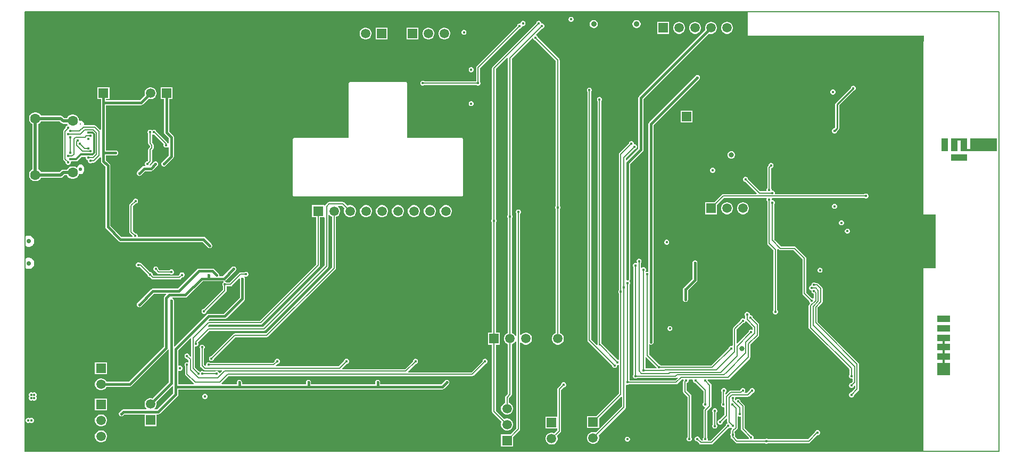
<source format=gbl>
G04*
G04 #@! TF.GenerationSoftware,Altium Limited,Altium Designer,22.0.2 (36)*
G04*
G04 Layer_Physical_Order=4*
G04 Layer_Color=16711680*
%FSLAX44Y44*%
%MOMM*%
G71*
G04*
G04 #@! TF.SameCoordinates,AD71EA70-9FC7-4FF3-9A77-F54E5D2193E9*
G04*
G04*
G04 #@! TF.FilePolarity,Positive*
G04*
G01*
G75*
%ADD10C,0.2000*%
%ADD12C,0.3000*%
%ADD14C,0.2500*%
%ADD16C,0.1500*%
%ADD104C,0.8000*%
%ADD116C,0.9000*%
%ADD117C,1.5000*%
%ADD118R,1.5000X1.5000*%
%ADD119R,1.5000X1.5000*%
%ADD120C,0.5750*%
%ADD121C,0.3250*%
%ADD122C,1.6000*%
%ADD123C,0.7000*%
%ADD127C,0.4000*%
%ADD128C,0.4000*%
%ADD130C,0.5000*%
G36*
X1546537Y478000D02*
X1488537D01*
Y494955D01*
X1483537D01*
Y478000D01*
X1473537D01*
Y498000D01*
X1498537D01*
Y481000D01*
X1503537D01*
Y498000D01*
X1546537D01*
Y478000D01*
D02*
G37*
G36*
X1468537D02*
X1458537D01*
Y498000D01*
X1468537D01*
Y478000D01*
D02*
G37*
G36*
X1498537Y463000D02*
X1473537D01*
Y473000D01*
X1498537D01*
Y463000D01*
D02*
G37*
G36*
X1150000Y662000D02*
X1430000D01*
Y652500D01*
X1429039D01*
Y377500D01*
X1449037D01*
Y291600D01*
X1429039D01*
Y0D01*
X0D01*
Y291105D01*
X1270Y291839D01*
X2526Y291113D01*
X4815Y290500D01*
X7185D01*
X9474Y291113D01*
X11526Y292298D01*
X13202Y293974D01*
X14387Y296026D01*
X15000Y298315D01*
Y300685D01*
X14387Y302974D01*
X13202Y305026D01*
X11526Y306702D01*
X9474Y307887D01*
X7185Y308500D01*
X4815D01*
X2526Y307887D01*
X1270Y307161D01*
X0Y307895D01*
Y326105D01*
X1270Y326839D01*
X2526Y326113D01*
X4815Y325500D01*
X7185D01*
X9474Y326113D01*
X11526Y327298D01*
X13202Y328974D01*
X14387Y331026D01*
X15000Y333315D01*
Y335685D01*
X14387Y337974D01*
X13202Y340026D01*
X11526Y341702D01*
X9474Y342887D01*
X7185Y343500D01*
X4815D01*
X2526Y342887D01*
X1270Y342161D01*
X0Y342895D01*
Y700000D01*
X1150000D01*
Y662000D01*
D02*
G37*
G36*
X1471537Y206000D02*
X1451037D01*
Y216000D01*
X1471537D01*
Y206000D01*
D02*
G37*
G36*
Y191000D02*
X1451037D01*
Y201000D01*
X1471537D01*
Y191000D01*
D02*
G37*
G36*
Y176000D02*
X1463037D01*
Y171000D01*
X1471537D01*
Y161000D01*
X1463037D01*
Y156000D01*
X1471537D01*
Y146000D01*
X1463037D01*
Y141000D01*
X1471537D01*
Y121000D01*
X1451037D01*
Y141000D01*
X1460037D01*
Y146000D01*
X1451037D01*
Y156000D01*
X1460037D01*
Y161000D01*
X1451037D01*
Y171000D01*
X1460037D01*
Y176000D01*
X1451037D01*
Y186000D01*
X1471537D01*
Y176000D01*
D02*
G37*
%LPC*%
G36*
X869796Y691500D02*
X868204D01*
X866734Y690891D01*
X865609Y689766D01*
X865000Y688296D01*
Y686704D01*
X865609Y685234D01*
X866734Y684109D01*
X868204Y683500D01*
X869796D01*
X871266Y684109D01*
X872391Y685234D01*
X873000Y686704D01*
Y688296D01*
X872391Y689766D01*
X871266Y690891D01*
X869796Y691500D01*
D02*
G37*
G36*
X973856Y686500D02*
X972144D01*
X970491Y686057D01*
X969009Y685201D01*
X967799Y683991D01*
X966943Y682509D01*
X966500Y680856D01*
Y679144D01*
X966943Y677491D01*
X967799Y676009D01*
X969009Y674799D01*
X970491Y673943D01*
X972144Y673500D01*
X973856D01*
X975509Y673943D01*
X976991Y674799D01*
X978201Y676009D01*
X979057Y677491D01*
X979500Y679144D01*
Y680856D01*
X979057Y682509D01*
X978201Y683991D01*
X976991Y685201D01*
X975509Y686057D01*
X973856Y686500D01*
D02*
G37*
G36*
X905856D02*
X904144D01*
X902491Y686057D01*
X901009Y685201D01*
X899799Y683991D01*
X898943Y682509D01*
X898500Y680856D01*
Y679144D01*
X898943Y677491D01*
X899799Y676009D01*
X901009Y674799D01*
X902491Y673943D01*
X904144Y673500D01*
X905856D01*
X907509Y673943D01*
X908991Y674799D01*
X910201Y676009D01*
X911057Y677491D01*
X911500Y679144D01*
Y680856D01*
X911057Y682509D01*
X910201Y683991D01*
X908991Y685201D01*
X907509Y686057D01*
X905856Y686500D01*
D02*
G37*
G36*
X1118251Y683500D02*
X1115749D01*
X1113333Y682853D01*
X1111167Y681602D01*
X1109398Y679833D01*
X1108147Y677667D01*
X1107500Y675251D01*
Y672749D01*
X1108147Y670333D01*
X1109398Y668167D01*
X1111167Y666398D01*
X1113333Y665147D01*
X1115749Y664500D01*
X1118251D01*
X1120667Y665147D01*
X1122833Y666398D01*
X1124602Y668167D01*
X1125853Y670333D01*
X1126500Y672749D01*
Y675251D01*
X1125853Y677667D01*
X1124602Y679833D01*
X1122833Y681602D01*
X1120667Y682853D01*
X1118251Y683500D01*
D02*
G37*
G36*
X1092851D02*
X1090349D01*
X1087933Y682853D01*
X1085767Y681602D01*
X1083998Y679833D01*
X1082747Y677667D01*
X1082100Y675251D01*
Y672749D01*
X1082625Y670792D01*
X977116Y565284D01*
X976232Y563961D01*
X975922Y562400D01*
X975922Y562400D01*
Y481689D01*
X957329Y463097D01*
X956059Y463623D01*
Y466733D01*
X970326Y481000D01*
X970796D01*
X972266Y481609D01*
X973391Y482734D01*
X974000Y484204D01*
Y485796D01*
X973391Y487266D01*
X972266Y488391D01*
X970796Y489000D01*
X970173D01*
X969174Y489174D01*
X969000Y490173D01*
Y490796D01*
X968391Y492266D01*
X967266Y493391D01*
X965796Y494000D01*
X964204D01*
X962734Y493391D01*
X961609Y492266D01*
X961000Y490796D01*
Y490326D01*
X945837Y475163D01*
X945174Y474170D01*
X944941Y473000D01*
X944941Y473000D01*
Y256598D01*
X944609Y256266D01*
X944000Y254796D01*
Y253204D01*
X944609Y251734D01*
X944941Y251402D01*
X944941Y146668D01*
X944089Y146099D01*
X943671Y146000D01*
X943326D01*
X917059Y172267D01*
Y557402D01*
X917391Y557734D01*
X918000Y559204D01*
Y560796D01*
X917391Y562266D01*
X916266Y563391D01*
X914796Y564000D01*
X913204D01*
X911734Y563391D01*
X910609Y562266D01*
X910000Y560796D01*
Y559204D01*
X910609Y557734D01*
X910941Y557402D01*
Y171000D01*
X910941Y171000D01*
X910941Y171000D01*
Y170181D01*
X910513Y169859D01*
X909726Y169600D01*
X901059Y178267D01*
Y572402D01*
X901391Y572734D01*
X902000Y574204D01*
Y575796D01*
X901391Y577266D01*
X900266Y578391D01*
X898796Y579000D01*
X897204D01*
X895734Y578391D01*
X894609Y577266D01*
X894000Y575796D01*
Y574204D01*
X894609Y572734D01*
X894941Y572402D01*
Y177000D01*
X894941Y177000D01*
X895174Y175830D01*
X895837Y174837D01*
X934000Y136674D01*
Y136204D01*
X934609Y134734D01*
X935734Y133609D01*
X937204Y133000D01*
X938796D01*
X940266Y133609D01*
X941391Y134734D01*
X942000Y136204D01*
Y136827D01*
X942174Y137826D01*
X943173Y138000D01*
X943796D01*
X943885Y138037D01*
X944941Y137332D01*
Y92295D01*
X909174Y56528D01*
X894500D01*
Y37528D01*
X913500D01*
Y52202D01*
X948768Y87470D01*
X949941Y86984D01*
Y71895D01*
X908212Y30166D01*
X907667Y30480D01*
X905251Y31128D01*
X902749D01*
X900333Y30480D01*
X898167Y29230D01*
X896398Y27461D01*
X895147Y25295D01*
X894500Y22879D01*
Y20377D01*
X895147Y17961D01*
X896398Y15795D01*
X898167Y14026D01*
X900333Y12775D01*
X902749Y12128D01*
X905251D01*
X907667Y12775D01*
X909833Y14026D01*
X911602Y15795D01*
X912853Y17961D01*
X913500Y20377D01*
Y22879D01*
X912853Y25295D01*
X912538Y25840D01*
X955163Y68465D01*
X955163Y68465D01*
X955826Y69458D01*
X956059Y70628D01*
Y105625D01*
X957329Y106363D01*
X958204Y106000D01*
X959796D01*
X961266Y106609D01*
X961598Y106941D01*
X1036000D01*
X1036000Y106941D01*
X1037170Y107174D01*
X1038163Y107837D01*
X1045267Y114941D01*
X1047331D01*
X1048037Y113885D01*
X1048000Y113796D01*
Y113326D01*
X1047837Y113163D01*
X1047174Y112170D01*
X1046941Y111000D01*
X1046941Y111000D01*
Y95428D01*
X1046941Y95428D01*
X1047174Y94257D01*
X1047837Y93265D01*
X1053991Y87111D01*
Y22626D01*
X1053659Y22294D01*
X1053050Y20824D01*
Y19232D01*
X1053659Y17762D01*
X1054784Y16637D01*
X1056254Y16028D01*
X1057846D01*
X1059316Y16637D01*
X1060441Y17762D01*
X1061050Y19232D01*
Y20824D01*
X1060441Y22294D01*
X1060109Y22626D01*
Y88378D01*
X1059876Y89548D01*
X1059213Y90541D01*
X1053059Y96695D01*
Y109109D01*
X1054266Y109609D01*
X1055391Y110734D01*
X1056000Y112204D01*
Y113796D01*
X1055963Y113885D01*
X1056668Y114941D01*
X1062331D01*
X1063037Y113885D01*
X1063000Y113796D01*
Y112204D01*
X1063609Y110734D01*
X1064734Y109609D01*
X1066204Y109000D01*
X1066674D01*
X1079391Y96283D01*
Y77626D01*
X1079059Y77294D01*
X1078450Y75824D01*
Y74232D01*
X1079059Y72762D01*
X1080184Y71637D01*
X1081654Y71028D01*
X1081778D01*
X1082304Y69758D01*
X1080237Y67691D01*
X1079574Y66698D01*
X1079341Y65528D01*
X1079341Y65528D01*
Y22076D01*
X1079059Y21794D01*
X1078450Y20324D01*
Y18732D01*
X1078527Y18547D01*
X1077862Y17521D01*
X1076651Y17453D01*
X1073750Y20354D01*
Y20824D01*
X1073141Y22294D01*
X1072016Y23419D01*
X1070546Y24028D01*
X1068954D01*
X1067484Y23419D01*
X1066359Y22294D01*
X1065750Y20824D01*
Y19232D01*
X1066359Y17762D01*
X1067484Y16637D01*
X1068954Y16028D01*
X1069424D01*
X1073237Y12215D01*
X1074230Y11552D01*
X1075400Y11319D01*
X1092250D01*
X1092250Y11319D01*
X1093420Y11552D01*
X1094413Y12215D01*
X1119198Y37000D01*
X1119796D01*
X1121266Y37609D01*
X1121670Y38014D01*
X1122500Y38651D01*
X1123330Y38014D01*
X1123734Y37609D01*
X1124267Y37388D01*
X1124565Y35890D01*
X1123837Y35163D01*
X1123174Y34170D01*
X1122941Y33000D01*
X1122941Y33000D01*
Y29598D01*
X1122609Y29266D01*
X1122000Y27796D01*
Y26204D01*
X1122609Y24734D01*
X1122941Y24402D01*
Y22979D01*
X1122941Y22978D01*
X1123174Y21808D01*
X1123837Y20816D01*
X1123837Y20816D01*
X1130316Y14337D01*
X1131308Y13674D01*
X1132478Y13441D01*
X1132479Y13441D01*
X1177402D01*
X1177734Y13109D01*
X1179204Y12500D01*
X1180796D01*
X1182266Y13109D01*
X1182598Y13441D01*
X1247300D01*
X1247300Y13441D01*
X1248471Y13674D01*
X1249463Y14337D01*
X1261126Y26000D01*
X1261596D01*
X1263066Y26609D01*
X1264191Y27734D01*
X1264800Y29204D01*
Y30796D01*
X1264191Y32266D01*
X1263066Y33391D01*
X1261596Y34000D01*
X1260004D01*
X1258534Y33391D01*
X1257409Y32266D01*
X1256800Y30796D01*
Y30326D01*
X1246033Y19559D01*
X1182598D01*
X1182266Y19891D01*
X1180796Y20500D01*
X1179204D01*
X1177734Y19891D01*
X1177402Y19559D01*
X1159747D01*
X1159026Y20829D01*
X1159400Y21732D01*
Y23324D01*
X1158791Y24794D01*
X1157666Y25919D01*
X1156196Y26528D01*
X1155726D01*
X1145059Y37195D01*
Y71928D01*
X1144826Y73099D01*
X1144163Y74091D01*
X1144163Y74091D01*
X1138400Y79854D01*
Y80324D01*
X1137791Y81794D01*
X1136666Y82919D01*
X1135196Y83528D01*
X1133604D01*
X1132134Y82919D01*
X1131010Y81795D01*
X1130110Y81794D01*
X1129484Y82959D01*
X1130000Y84204D01*
Y85796D01*
X1129963Y85885D01*
X1130668Y86941D01*
X1150000D01*
X1150000Y86941D01*
X1151171Y87174D01*
X1152163Y87837D01*
X1157326Y93000D01*
X1157796D01*
X1159266Y93609D01*
X1160391Y94734D01*
X1161000Y96204D01*
Y97796D01*
X1160391Y99266D01*
X1159266Y100391D01*
X1157796Y101000D01*
X1156204D01*
X1154734Y100391D01*
X1153609Y99266D01*
X1153000Y97796D01*
Y97326D01*
X1148733Y93059D01*
X1145512D01*
X1144986Y94329D01*
X1145391Y94734D01*
X1146000Y96204D01*
Y97796D01*
X1145391Y99266D01*
X1144266Y100391D01*
X1142796Y101000D01*
X1141204D01*
X1139734Y100391D01*
X1138609Y99266D01*
X1138000Y97796D01*
Y97326D01*
X1137733Y97059D01*
X1122850D01*
X1121680Y96826D01*
X1120687Y96163D01*
X1120687Y96163D01*
X1115632Y91108D01*
X1114459Y91594D01*
Y93802D01*
X1115391Y94734D01*
X1116000Y96204D01*
Y97796D01*
X1115391Y99266D01*
X1114266Y100391D01*
X1112796Y101000D01*
X1111204D01*
X1109734Y100391D01*
X1108609Y99266D01*
X1108000Y97796D01*
Y96204D01*
X1108341Y95381D01*
Y77126D01*
X1108009Y76794D01*
X1107400Y75324D01*
Y73732D01*
X1108009Y72262D01*
X1109134Y71137D01*
X1110604Y70528D01*
X1112196D01*
X1113141Y69896D01*
Y58595D01*
X1105574Y51028D01*
X1105104D01*
X1103634Y50419D01*
X1102509Y49294D01*
X1101900Y47824D01*
Y46232D01*
X1102509Y44762D01*
X1103634Y43637D01*
X1105104Y43028D01*
X1106696D01*
X1108166Y43637D01*
X1109291Y44762D01*
X1109900Y46232D01*
Y46702D01*
X1116168Y52970D01*
X1117341Y52484D01*
Y46600D01*
X1117341Y46600D01*
X1117574Y45430D01*
X1117335Y44640D01*
X1116734Y44391D01*
X1115609Y43266D01*
X1115000Y41796D01*
Y41454D01*
X1090983Y17437D01*
X1087056D01*
X1086351Y18493D01*
X1086450Y18732D01*
Y20324D01*
X1085841Y21794D01*
X1085459Y22176D01*
Y64261D01*
X1091563Y70365D01*
X1092226Y71357D01*
X1092459Y72528D01*
Y105600D01*
X1092226Y106771D01*
X1091563Y107763D01*
X1086000Y113326D01*
Y113796D01*
X1085963Y113885D01*
X1086668Y114941D01*
X1118229D01*
X1118872Y114813D01*
X1120043Y115046D01*
X1121035Y115709D01*
X1153163Y147837D01*
X1153826Y148829D01*
X1154059Y150000D01*
X1154059Y150000D01*
Y169833D01*
X1167163Y182937D01*
X1167163Y182937D01*
X1167826Y183929D01*
X1168059Y185100D01*
X1168059Y185100D01*
Y202000D01*
X1168059Y202000D01*
X1167826Y203171D01*
X1167163Y204163D01*
X1158000Y213326D01*
Y213796D01*
X1157391Y215266D01*
X1156266Y216391D01*
X1154796Y217000D01*
X1154173D01*
X1153174Y217174D01*
X1153000Y218173D01*
Y218796D01*
X1152391Y220266D01*
X1151266Y221391D01*
X1149796Y222000D01*
X1148204D01*
X1146734Y221391D01*
X1145609Y220266D01*
X1145000Y218796D01*
Y217204D01*
X1145609Y215734D01*
X1145941Y215402D01*
Y211512D01*
X1144671Y210986D01*
X1144266Y211391D01*
X1142796Y212000D01*
X1141204D01*
X1139734Y211391D01*
X1138609Y210266D01*
X1138000Y208796D01*
Y208326D01*
X1126837Y197163D01*
X1126174Y196171D01*
X1125941Y195000D01*
X1125941Y195000D01*
Y168652D01*
X1124671Y167803D01*
X1124196Y168000D01*
X1122605D01*
X1121134Y167391D01*
X1120009Y166266D01*
X1119400Y164796D01*
Y164326D01*
X1092133Y137059D01*
X1011598D01*
X1011266Y137391D01*
X1009796Y138000D01*
X1009326D01*
X993059Y154267D01*
Y169619D01*
X993068Y169632D01*
X993650Y170094D01*
X994329Y170306D01*
X994439Y170232D01*
X994833Y170154D01*
X995204Y170000D01*
X995606D01*
X996000Y169922D01*
X996394Y170000D01*
X996796D01*
X997167Y170154D01*
X997561Y170232D01*
X997895Y170455D01*
X998266Y170609D01*
X998550Y170893D01*
X998884Y171116D01*
X999107Y171450D01*
X999391Y171734D01*
X999545Y172105D01*
X999768Y172439D01*
X999846Y172833D01*
X1000000Y173204D01*
Y173606D01*
X1000078Y174000D01*
Y519311D01*
X1072884Y592116D01*
X1073107Y592450D01*
X1073391Y592734D01*
X1073545Y593105D01*
X1073768Y593439D01*
X1073846Y593833D01*
X1074000Y594204D01*
Y594606D01*
X1074078Y595000D01*
X1074000Y595394D01*
Y595796D01*
X1073846Y596167D01*
X1073768Y596561D01*
X1073545Y596895D01*
X1073391Y597266D01*
X1073107Y597550D01*
X1072884Y597884D01*
X1072550Y598107D01*
X1072266Y598391D01*
X1071895Y598545D01*
X1071561Y598768D01*
X1071167Y598846D01*
X1070796Y599000D01*
X1070394D01*
X1070000Y599078D01*
X1069606Y599000D01*
X1069204D01*
X1068833Y598846D01*
X1068439Y598768D01*
X1068105Y598545D01*
X1067734Y598391D01*
X1067450Y598107D01*
X1067116Y597884D01*
X993116Y523884D01*
X992232Y522561D01*
X991922Y521000D01*
X991922Y521000D01*
Y286677D01*
X990866Y285971D01*
X990796Y286000D01*
X989204D01*
X988329Y285637D01*
X988178Y285725D01*
X987391Y286734D01*
X988000Y288204D01*
Y289796D01*
X987391Y291266D01*
X986266Y292391D01*
X984796Y293000D01*
X983204D01*
X981734Y292391D01*
X981329Y291986D01*
X980059Y292512D01*
Y300402D01*
X980391Y300734D01*
X981000Y302204D01*
Y303796D01*
X980391Y305266D01*
X979266Y306391D01*
X977796Y307000D01*
X976204D01*
X974734Y306391D01*
X973609Y305266D01*
X973000Y303796D01*
Y302204D01*
X973609Y300734D01*
X972822Y299725D01*
X972671Y299637D01*
X971796Y300000D01*
X970204D01*
X968734Y299391D01*
X967609Y298266D01*
X967000Y296796D01*
Y295204D01*
X967609Y293734D01*
X967941Y293402D01*
Y122598D01*
X967609Y122266D01*
X967000Y120796D01*
Y119204D01*
X967609Y117734D01*
X968734Y116609D01*
X970204Y116000D01*
X971796D01*
X973266Y116609D01*
X973598Y116941D01*
X1035000D01*
X1035000Y116941D01*
X1036171Y117174D01*
X1037163Y117837D01*
X1037783Y118457D01*
X1038264Y118386D01*
X1038710Y117036D01*
X1034733Y113059D01*
X962059D01*
Y265402D01*
X962391Y265734D01*
X963000Y267204D01*
Y268796D01*
X962391Y270266D01*
X961986Y270670D01*
X961892Y270793D01*
X961884Y272116D01*
X962107Y272450D01*
X962391Y272734D01*
X962545Y273105D01*
X962768Y273439D01*
X962846Y273833D01*
X963000Y274204D01*
Y274606D01*
X963078Y275000D01*
Y457311D01*
X982884Y477116D01*
X982884Y477116D01*
X983768Y478439D01*
X984078Y480000D01*
X984078Y480000D01*
Y560711D01*
X1088392Y665024D01*
X1090349Y664500D01*
X1092851D01*
X1095267Y665147D01*
X1097433Y666398D01*
X1099202Y668167D01*
X1100453Y670333D01*
X1101100Y672749D01*
Y675251D01*
X1100453Y677667D01*
X1099202Y679833D01*
X1097433Y681602D01*
X1095267Y682853D01*
X1092851Y683500D01*
D02*
G37*
G36*
X1067451D02*
X1064949D01*
X1062533Y682853D01*
X1060367Y681602D01*
X1058598Y679833D01*
X1057347Y677667D01*
X1056700Y675251D01*
Y672749D01*
X1057347Y670333D01*
X1058598Y668167D01*
X1060367Y666398D01*
X1062533Y665147D01*
X1064949Y664500D01*
X1067451D01*
X1069867Y665147D01*
X1072033Y666398D01*
X1073802Y668167D01*
X1075053Y670333D01*
X1075700Y672749D01*
Y675251D01*
X1075053Y677667D01*
X1073802Y679833D01*
X1072033Y681602D01*
X1069867Y682853D01*
X1067451Y683500D01*
D02*
G37*
G36*
X1042051D02*
X1039549D01*
X1037133Y682853D01*
X1034967Y681602D01*
X1033198Y679833D01*
X1031947Y677667D01*
X1031300Y675251D01*
Y672749D01*
X1031947Y670333D01*
X1033198Y668167D01*
X1034967Y666398D01*
X1037133Y665147D01*
X1039549Y664500D01*
X1042051D01*
X1044467Y665147D01*
X1046633Y666398D01*
X1048402Y668167D01*
X1049653Y670333D01*
X1050300Y672749D01*
Y675251D01*
X1049653Y677667D01*
X1048402Y679833D01*
X1046633Y681602D01*
X1044467Y682853D01*
X1042051Y683500D01*
D02*
G37*
G36*
X1024900D02*
X1005900D01*
Y664500D01*
X1024900D01*
Y683500D01*
D02*
G37*
G36*
X699296Y671000D02*
X697704D01*
X696234Y670391D01*
X695109Y669266D01*
X694500Y667796D01*
Y666204D01*
X695109Y664734D01*
X696234Y663609D01*
X697704Y663000D01*
X699296D01*
X700766Y663609D01*
X701891Y664734D01*
X702500Y666204D01*
Y667796D01*
X701891Y669266D01*
X700766Y670391D01*
X699296Y671000D01*
D02*
G37*
G36*
X668651Y674500D02*
X666149D01*
X663733Y673853D01*
X661567Y672602D01*
X659798Y670833D01*
X658548Y668667D01*
X657900Y666251D01*
Y663749D01*
X658548Y661333D01*
X659798Y659167D01*
X661567Y657398D01*
X663733Y656147D01*
X666149Y655500D01*
X668651D01*
X671067Y656147D01*
X673233Y657398D01*
X675002Y659167D01*
X676253Y661333D01*
X676900Y663749D01*
Y666251D01*
X676253Y668667D01*
X675002Y670833D01*
X673233Y672602D01*
X671067Y673853D01*
X668651Y674500D01*
D02*
G37*
G36*
X643251D02*
X640749D01*
X638333Y673853D01*
X636167Y672602D01*
X634398Y670833D01*
X633148Y668667D01*
X632500Y666251D01*
Y663749D01*
X633148Y661333D01*
X634398Y659167D01*
X636167Y657398D01*
X638333Y656147D01*
X640749Y655500D01*
X643251D01*
X645667Y656147D01*
X647833Y657398D01*
X649602Y659167D01*
X650853Y661333D01*
X651500Y663749D01*
Y666251D01*
X650853Y668667D01*
X649602Y670833D01*
X647833Y672602D01*
X645667Y673853D01*
X643251Y674500D01*
D02*
G37*
G36*
X626100D02*
X607100D01*
Y655500D01*
X626100D01*
Y674500D01*
D02*
G37*
G36*
X576900D02*
X557900D01*
Y655500D01*
X576900D01*
Y674500D01*
D02*
G37*
G36*
X543251D02*
X540749D01*
X538333Y673853D01*
X536167Y672602D01*
X534398Y670833D01*
X533147Y668667D01*
X532500Y666251D01*
Y663749D01*
X533147Y661333D01*
X534398Y659167D01*
X536167Y657398D01*
X538333Y656147D01*
X540749Y655500D01*
X543251D01*
X545667Y656147D01*
X547833Y657398D01*
X549602Y659167D01*
X550853Y661333D01*
X551500Y663749D01*
Y666251D01*
X550853Y668667D01*
X549602Y670833D01*
X547833Y672602D01*
X545667Y673853D01*
X543251Y674500D01*
D02*
G37*
G36*
X710796Y611500D02*
X709204D01*
X707734Y610891D01*
X706609Y609766D01*
X706000Y608296D01*
Y606704D01*
X706609Y605234D01*
X707734Y604109D01*
X709204Y603500D01*
X710796D01*
X712266Y604109D01*
X713391Y605234D01*
X714000Y606704D01*
Y608296D01*
X713391Y609766D01*
X712266Y610891D01*
X710796Y611500D01*
D02*
G37*
G36*
X793296Y685000D02*
X791704D01*
X790234Y684391D01*
X789109Y683266D01*
X788602Y682041D01*
X787796Y681000D01*
X786204D01*
X784734Y680391D01*
X783609Y679266D01*
X783000Y677796D01*
Y677326D01*
X718837Y613163D01*
X718174Y612170D01*
X717941Y611000D01*
X717941Y611000D01*
Y589059D01*
X635598D01*
X635266Y589391D01*
X633796Y590000D01*
X632204D01*
X630734Y589391D01*
X629609Y588266D01*
X629000Y586796D01*
Y585204D01*
X629609Y583734D01*
X630734Y582609D01*
X632204Y582000D01*
X633796D01*
X635266Y582609D01*
X635598Y582941D01*
X718402D01*
X718734Y582609D01*
X720204Y582000D01*
X721796D01*
X723266Y582609D01*
X724391Y583734D01*
X725000Y585204D01*
Y586796D01*
X724391Y588266D01*
X724059Y588598D01*
Y609733D01*
X787326Y673000D01*
X787796D01*
X789266Y673609D01*
X790391Y674734D01*
X790898Y675959D01*
X791704Y677000D01*
X793296D01*
X794766Y677609D01*
X795891Y678734D01*
X796500Y680204D01*
Y681796D01*
X795891Y683266D01*
X794766Y684391D01*
X793296Y685000D01*
D02*
G37*
G36*
X1286420Y576000D02*
X1284828D01*
X1283358Y575391D01*
X1282233Y574266D01*
X1281624Y572796D01*
Y571204D01*
X1282233Y569734D01*
X1283358Y568609D01*
X1284828Y568000D01*
X1286420D01*
X1287890Y568609D01*
X1289015Y569734D01*
X1289624Y571204D01*
Y572796D01*
X1289015Y574266D01*
X1287890Y575391D01*
X1286420Y576000D01*
D02*
G37*
G36*
X201251Y579500D02*
X198749D01*
X196333Y578853D01*
X194167Y577602D01*
X192398Y575833D01*
X191147Y573667D01*
X190500Y571251D01*
Y568749D01*
X191024Y566792D01*
X183245Y559013D01*
X129078D01*
Y560500D01*
X134500D01*
Y579500D01*
X115500D01*
Y560500D01*
X120922D01*
Y554935D01*
Y512200D01*
X119652Y511674D01*
X113163Y518163D01*
X112171Y518826D01*
X111000Y519059D01*
X111000Y519059D01*
X94499D01*
X93900Y519956D01*
Y522044D01*
X93101Y523974D01*
X91624Y525451D01*
X89694Y526250D01*
X87606D01*
X87206Y526084D01*
X86150Y526790D01*
Y527617D01*
X85469Y530160D01*
X84152Y532440D01*
X82290Y534302D01*
X80010Y535619D01*
X77467Y536300D01*
X74833D01*
X72290Y535619D01*
X70010Y534302D01*
X68148Y532440D01*
X67079Y530588D01*
X62901D01*
X60344Y533144D01*
X58856Y534139D01*
X57100Y534488D01*
X25548D01*
X24652Y536040D01*
X22790Y537902D01*
X20510Y539218D01*
X17967Y539900D01*
X15333D01*
X12790Y539218D01*
X10510Y537902D01*
X8648Y536040D01*
X7332Y533760D01*
X6650Y531217D01*
Y528583D01*
X7332Y526040D01*
X8648Y523760D01*
X10510Y521898D01*
X12062Y521002D01*
Y448998D01*
X10510Y448102D01*
X8648Y446240D01*
X7332Y443960D01*
X6650Y441417D01*
Y438783D01*
X7332Y436240D01*
X8648Y433960D01*
X10510Y432098D01*
X12790Y430782D01*
X15333Y430100D01*
X17967D01*
X20510Y430782D01*
X22790Y432098D01*
X24652Y433960D01*
X25548Y435512D01*
X57100D01*
X58856Y435861D01*
X60344Y436856D01*
X62901Y439412D01*
X67079D01*
X68148Y437560D01*
X70010Y435698D01*
X72290Y434381D01*
X74833Y433700D01*
X77467D01*
X80010Y434381D01*
X82290Y435698D01*
X84152Y437560D01*
X85469Y439840D01*
X85852Y441273D01*
X86602Y441555D01*
X88650Y441147D01*
X90698Y441555D01*
X92435Y442715D01*
X93595Y444452D01*
X94003Y446500D01*
Y451500D01*
X93595Y453548D01*
X92435Y455285D01*
X90698Y456445D01*
X88650Y456853D01*
X86602Y456445D01*
X84865Y455285D01*
X83705Y453548D01*
X83462Y452327D01*
X82894Y452024D01*
X82068Y451830D01*
X80010Y453018D01*
X77467Y453700D01*
X74833D01*
X72290Y453018D01*
X70010Y451702D01*
X68148Y449840D01*
X67425Y448588D01*
X61000D01*
X59244Y448239D01*
X57756Y447244D01*
X55199Y444688D01*
X25548D01*
X24652Y446240D01*
X22790Y448102D01*
X21238Y448998D01*
Y521002D01*
X22790Y521898D01*
X24652Y523760D01*
X25548Y525312D01*
X55199D01*
X57756Y522756D01*
X59244Y521761D01*
X61000Y521412D01*
X67425D01*
X68108Y520230D01*
X68120Y520072D01*
X67715Y518797D01*
X66734Y518391D01*
X65609Y517266D01*
X65000Y515796D01*
Y514826D01*
X61837Y511663D01*
X61174Y510671D01*
X60941Y509500D01*
X60941Y509500D01*
Y465500D01*
X60941Y465500D01*
X61174Y464329D01*
X61837Y463337D01*
X65000Y460174D01*
Y459204D01*
X65609Y457734D01*
X66734Y456609D01*
X68204Y456000D01*
X69796D01*
X71266Y456609D01*
X72391Y457734D01*
X73000Y459204D01*
Y460796D01*
X74144Y461352D01*
X74337Y461431D01*
X81500D01*
X82866Y461703D01*
X84023Y462477D01*
X90478Y468931D01*
X96575D01*
X97000Y468296D01*
Y466704D01*
X97609Y465234D01*
X98734Y464109D01*
X99356Y463852D01*
X100500Y463296D01*
Y461704D01*
X101109Y460234D01*
X102234Y459109D01*
X103704Y458500D01*
X105296D01*
X106766Y459109D01*
X107098Y459441D01*
X109500D01*
X109500Y459441D01*
X110670Y459674D01*
X111663Y460337D01*
X119652Y468326D01*
X120922Y467800D01*
Y462000D01*
X120922Y462000D01*
X121232Y460439D01*
X122116Y459116D01*
X127922Y453311D01*
Y400000D01*
Y357500D01*
X127922Y357500D01*
X128232Y355939D01*
X129116Y354616D01*
X149116Y334616D01*
X149116Y334616D01*
X150439Y333732D01*
X152000Y333422D01*
X282311D01*
X291116Y324616D01*
X291450Y324393D01*
X291734Y324109D01*
X292105Y323955D01*
X292439Y323732D01*
X292833Y323654D01*
X293204Y323500D01*
X293606D01*
X294000Y323422D01*
X294394Y323500D01*
X294796D01*
X295167Y323654D01*
X295561Y323732D01*
X295895Y323955D01*
X296266Y324109D01*
X296550Y324393D01*
X296884Y324616D01*
X297107Y324950D01*
X297391Y325234D01*
X297545Y325605D01*
X297768Y325939D01*
X297846Y326333D01*
X298000Y326704D01*
Y327106D01*
X298078Y327500D01*
X298000Y327894D01*
Y328296D01*
X297846Y328667D01*
X297768Y329061D01*
X297545Y329395D01*
X297391Y329766D01*
X297107Y330050D01*
X296884Y330384D01*
X286884Y340384D01*
X285561Y341268D01*
X284000Y341578D01*
X284000Y341578D01*
X179918D01*
X179500Y342204D01*
Y343796D01*
X178891Y345266D01*
X177766Y346391D01*
X176296Y347000D01*
X175826D01*
X172059Y350767D01*
Y390233D01*
X176326Y394500D01*
X176796D01*
X178266Y395109D01*
X179391Y396234D01*
X180000Y397704D01*
Y399296D01*
X179391Y400766D01*
X178266Y401891D01*
X176796Y402500D01*
X175204D01*
X173734Y401891D01*
X172609Y400766D01*
X172000Y399296D01*
Y398826D01*
X166837Y393663D01*
X166174Y392671D01*
X165941Y391500D01*
X165941Y391500D01*
Y349500D01*
X165941Y349500D01*
X166174Y348330D01*
X166837Y347337D01*
X171326Y342848D01*
X171080Y341578D01*
X153689D01*
X136078Y359189D01*
Y400000D01*
Y455000D01*
X135768Y456561D01*
X134884Y457884D01*
X129078Y463689D01*
Y470922D01*
X144500D01*
X144894Y471000D01*
X145296D01*
X145667Y471154D01*
X146061Y471232D01*
X146395Y471455D01*
X146766Y471609D01*
X147050Y471893D01*
X147384Y472116D01*
X147607Y472450D01*
X147891Y472734D01*
X148045Y473105D01*
X148268Y473439D01*
X148346Y473833D01*
X148500Y474204D01*
Y474606D01*
X148578Y475000D01*
X148500Y475394D01*
Y475796D01*
X148346Y476167D01*
X148268Y476561D01*
X148045Y476895D01*
X147891Y477266D01*
X147607Y477550D01*
X147384Y477884D01*
X147050Y478107D01*
X146766Y478391D01*
X146395Y478545D01*
X146061Y478768D01*
X145667Y478846D01*
X145296Y479000D01*
X144894D01*
X144500Y479078D01*
X129078D01*
Y550856D01*
X184935D01*
X184935Y550856D01*
X186495Y551167D01*
X187818Y552051D01*
X196792Y561025D01*
X198749Y560500D01*
X201251D01*
X203667Y561147D01*
X205833Y562398D01*
X207602Y564167D01*
X208853Y566333D01*
X209500Y568749D01*
Y571251D01*
X208853Y573667D01*
X207602Y575833D01*
X205833Y577602D01*
X203667Y578853D01*
X201251Y579500D01*
D02*
G37*
G36*
X710796Y557500D02*
X709204D01*
X707734Y556891D01*
X706609Y555766D01*
X706000Y554296D01*
Y552704D01*
X706609Y551234D01*
X707734Y550109D01*
X709204Y549500D01*
X710796D01*
X712266Y550109D01*
X713391Y551234D01*
X714000Y552704D01*
Y554296D01*
X713391Y555766D01*
X712266Y556891D01*
X710796Y557500D01*
D02*
G37*
G36*
X1062000Y542500D02*
X1043000D01*
Y523500D01*
X1062000D01*
Y542500D01*
D02*
G37*
G36*
X1318796Y582000D02*
X1317204D01*
X1315734Y581391D01*
X1314609Y580266D01*
X1314000Y578796D01*
Y578686D01*
X1289657Y554343D01*
X1288939Y553268D01*
X1288686Y552000D01*
Y515373D01*
X1287314Y514000D01*
X1287204D01*
X1285734Y513391D01*
X1284609Y512266D01*
X1284000Y510796D01*
Y509204D01*
X1284609Y507734D01*
X1285734Y506609D01*
X1287204Y506000D01*
X1288796D01*
X1290266Y506609D01*
X1291391Y507734D01*
X1292000Y509204D01*
Y509314D01*
X1294343Y511657D01*
X1295061Y512732D01*
X1295314Y514000D01*
Y550628D01*
X1318686Y574000D01*
X1318796D01*
X1320266Y574609D01*
X1321391Y575734D01*
X1322000Y577204D01*
Y578796D01*
X1321391Y580266D01*
X1320266Y581391D01*
X1318796Y582000D01*
D02*
G37*
G36*
X234900Y579500D02*
X215900D01*
Y560500D01*
X221322D01*
Y507600D01*
X221322Y507600D01*
X221632Y506039D01*
X222516Y504716D01*
X228922Y498311D01*
Y491494D01*
X227652Y490566D01*
X227326Y490671D01*
X226663Y491663D01*
X226663Y491663D01*
X209479Y508847D01*
X208891Y510266D01*
X207766Y511391D01*
X206296Y512000D01*
X204704D01*
X203234Y511391D01*
X202375Y510532D01*
X201516Y511391D01*
X200046Y512000D01*
X198454D01*
X196984Y511391D01*
X195859Y510266D01*
X195250Y508796D01*
Y507204D01*
X195859Y505734D01*
X196191Y505402D01*
Y490250D01*
X196191Y490250D01*
X196424Y489079D01*
X197087Y488087D01*
X198941Y486233D01*
Y484267D01*
X197087Y482413D01*
X196424Y481421D01*
X196191Y480250D01*
X196191Y480250D01*
Y463017D01*
X194674Y461500D01*
X194204D01*
X192734Y460891D01*
X191609Y459766D01*
X191000Y458296D01*
Y456704D01*
X191562Y455348D01*
X191358Y454781D01*
X190969Y454078D01*
X189500D01*
X187939Y453768D01*
X186616Y452884D01*
X186616Y452884D01*
X179116Y445384D01*
X178893Y445050D01*
X178609Y444766D01*
X178455Y444395D01*
X178232Y444061D01*
X178154Y443667D01*
X178000Y443296D01*
Y442894D01*
X177922Y442500D01*
X178000Y442106D01*
Y441704D01*
X178154Y441333D01*
X178232Y440939D01*
X178455Y440605D01*
X178609Y440234D01*
X178893Y439950D01*
X179116Y439616D01*
X179450Y439393D01*
X179734Y439109D01*
X180105Y438955D01*
X180439Y438732D01*
X180833Y438654D01*
X181204Y438500D01*
X181606D01*
X182000Y438422D01*
X182394Y438500D01*
X182796D01*
X183167Y438654D01*
X183561Y438732D01*
X183895Y438955D01*
X184266Y439109D01*
X184550Y439393D01*
X184884Y439616D01*
X191189Y445922D01*
X200500D01*
X200500Y445922D01*
X202061Y446232D01*
X203384Y447116D01*
X210884Y454616D01*
X211107Y454950D01*
X211391Y455234D01*
X211545Y455605D01*
X211768Y455939D01*
X211846Y456333D01*
X212000Y456704D01*
Y457106D01*
X212078Y457500D01*
X212000Y457894D01*
Y458296D01*
X211846Y458667D01*
X211768Y459061D01*
X211545Y459395D01*
X211391Y459766D01*
X211107Y460050D01*
X210884Y460384D01*
X210550Y460607D01*
X210266Y460891D01*
X209895Y461045D01*
X209561Y461268D01*
X209167Y461346D01*
X208796Y461500D01*
X208394D01*
X208000Y461578D01*
X207606Y461500D01*
X207204D01*
X206833Y461346D01*
X206439Y461268D01*
X206105Y461045D01*
X205734Y460891D01*
X205450Y460607D01*
X205116Y460384D01*
X199624Y454891D01*
X198547Y455611D01*
X199000Y456704D01*
Y457174D01*
X201413Y459587D01*
X202076Y460579D01*
X202309Y461750D01*
X202309Y461750D01*
Y478983D01*
X204163Y480837D01*
X204163Y480837D01*
X204826Y481829D01*
X205059Y483000D01*
X205059Y483000D01*
Y487500D01*
X205059Y487500D01*
X204826Y488671D01*
X204163Y489663D01*
X204163Y489663D01*
X202309Y491517D01*
Y503738D01*
X202596Y504009D01*
X203579Y504466D01*
X204704Y504000D01*
X205674D01*
X220757Y488917D01*
X220500Y488296D01*
Y486704D01*
X221109Y485234D01*
X222234Y484109D01*
X223704Y483500D01*
X225296D01*
X226766Y484109D01*
X227652Y484995D01*
X228774Y484696D01*
X228922Y484605D01*
Y471189D01*
X218116Y460384D01*
X217893Y460050D01*
X217609Y459766D01*
X217455Y459395D01*
X217232Y459061D01*
X217154Y458667D01*
X217000Y458296D01*
Y457894D01*
X216922Y457500D01*
X217000Y457106D01*
Y456704D01*
X217154Y456333D01*
X217232Y455939D01*
X217455Y455605D01*
X217609Y455234D01*
X217893Y454950D01*
X218116Y454616D01*
X218450Y454393D01*
X218734Y454109D01*
X219105Y453955D01*
X219439Y453732D01*
X219833Y453654D01*
X220204Y453500D01*
X220606D01*
X221000Y453422D01*
X221394Y453500D01*
X221796D01*
X222167Y453654D01*
X222561Y453732D01*
X222895Y453955D01*
X223266Y454109D01*
X223550Y454393D01*
X223884Y454616D01*
X235884Y466616D01*
X235884Y466616D01*
X236768Y467939D01*
X237078Y469500D01*
Y500000D01*
X237078Y500000D01*
X236768Y501561D01*
X235884Y502884D01*
X235884Y502884D01*
X229478Y509289D01*
Y560500D01*
X234900D01*
Y579500D01*
D02*
G37*
G36*
X1125193Y478000D02*
X1122806D01*
X1120601Y477086D01*
X1118913Y475399D01*
X1118000Y473194D01*
Y470807D01*
X1118913Y468601D01*
X1120601Y466913D01*
X1122806Y466000D01*
X1125193D01*
X1127399Y466913D01*
X1129087Y468601D01*
X1130000Y470807D01*
Y473194D01*
X1129087Y475399D01*
X1127399Y477086D01*
X1125193Y478000D01*
D02*
G37*
G36*
X1094796Y451500D02*
X1093204D01*
X1091734Y450891D01*
X1090609Y449766D01*
X1090000Y448296D01*
Y446704D01*
X1090609Y445234D01*
X1091734Y444109D01*
X1093204Y443500D01*
X1094796D01*
X1096266Y444109D01*
X1097391Y445234D01*
X1098000Y446704D01*
Y448296D01*
X1097391Y449766D01*
X1096266Y450891D01*
X1094796Y451500D01*
D02*
G37*
G36*
X1187796Y459000D02*
X1186204D01*
X1184734Y458391D01*
X1183609Y457266D01*
X1183000Y455796D01*
Y455326D01*
X1181837Y454163D01*
X1181174Y453171D01*
X1180941Y452000D01*
X1180941Y452000D01*
Y418598D01*
X1180609Y418266D01*
X1180000Y416796D01*
Y415204D01*
X1180037Y415115D01*
X1179332Y414059D01*
X1169667D01*
X1150400Y433326D01*
Y433796D01*
X1149791Y435266D01*
X1148666Y436391D01*
X1147196Y437000D01*
X1145605D01*
X1144135Y436391D01*
X1143009Y435266D01*
X1142400Y433796D01*
Y432204D01*
X1143009Y430734D01*
X1144135Y429609D01*
X1145605Y429000D01*
X1146075D01*
X1164342Y410732D01*
X1163856Y409559D01*
X1111100D01*
X1109930Y409326D01*
X1108937Y408663D01*
X1108937Y408663D01*
X1096774Y396500D01*
X1082100D01*
Y377500D01*
X1101100D01*
Y392174D01*
X1112367Y403441D01*
X1179307D01*
X1180156Y402171D01*
X1180000Y401796D01*
Y400204D01*
X1180609Y398734D01*
X1180941Y398402D01*
Y331000D01*
X1180941Y331000D01*
X1181174Y329829D01*
X1181837Y328837D01*
X1190841Y319833D01*
Y224848D01*
X1190509Y224516D01*
X1189900Y223046D01*
Y221454D01*
X1190509Y219984D01*
X1191635Y218859D01*
X1193105Y218250D01*
X1194696D01*
X1196166Y218859D01*
X1197291Y219984D01*
X1197900Y221454D01*
Y223046D01*
X1197291Y224516D01*
X1196959Y224848D01*
Y321100D01*
X1198002Y322364D01*
X1198271Y322403D01*
X1199737Y320937D01*
X1199737Y320937D01*
X1200730Y320274D01*
X1201900Y320041D01*
X1201900Y320041D01*
X1223034D01*
X1236941Y306134D01*
Y251400D01*
X1236941Y251400D01*
X1237174Y250230D01*
X1237837Y249237D01*
X1247400Y239674D01*
Y239204D01*
X1248009Y237734D01*
X1249135Y236609D01*
X1249325Y235651D01*
X1247837Y234163D01*
X1247174Y233171D01*
X1246941Y232000D01*
X1246941Y232000D01*
Y197000D01*
X1246941Y197000D01*
X1247174Y195830D01*
X1247837Y194837D01*
X1311941Y130733D01*
Y122598D01*
X1311609Y122266D01*
X1311000Y120796D01*
Y119204D01*
X1311609Y117734D01*
X1312734Y116609D01*
X1314204Y116000D01*
X1315796D01*
X1315885Y116037D01*
X1316941Y115331D01*
Y111267D01*
X1314674Y109000D01*
X1314204D01*
X1312734Y108391D01*
X1311609Y107266D01*
X1311000Y105796D01*
Y104204D01*
X1311609Y102734D01*
X1312734Y101609D01*
X1314204Y101000D01*
X1315796D01*
X1317266Y101609D01*
X1318391Y102734D01*
X1319000Y104204D01*
Y104551D01*
X1319756Y105161D01*
X1320941Y104643D01*
Y100267D01*
X1314674Y94000D01*
X1314204D01*
X1312734Y93391D01*
X1311609Y92266D01*
X1311000Y90796D01*
Y89204D01*
X1311609Y87734D01*
X1312734Y86609D01*
X1314204Y86000D01*
X1315796D01*
X1317266Y86609D01*
X1318391Y87734D01*
X1319000Y89204D01*
Y89674D01*
X1326163Y96837D01*
X1326163Y96837D01*
X1326826Y97829D01*
X1327059Y99000D01*
Y139000D01*
X1326826Y140171D01*
X1326163Y141163D01*
X1326163Y141163D01*
X1272163Y195163D01*
X1272163Y195163D01*
X1261059Y206267D01*
Y228733D01*
X1268163Y235837D01*
X1268826Y236829D01*
X1269059Y238000D01*
Y259000D01*
X1269059Y259000D01*
X1268826Y260170D01*
X1268163Y261163D01*
X1262163Y267163D01*
X1261171Y267826D01*
X1260000Y268059D01*
X1260000Y268059D01*
X1257998D01*
X1257666Y268391D01*
X1256196Y269000D01*
X1254605D01*
X1253135Y268391D01*
X1252009Y267266D01*
X1251400Y265796D01*
Y265296D01*
X1251341Y265000D01*
X1250605Y264000D01*
X1249135Y263391D01*
X1248009Y262266D01*
X1247400Y260796D01*
Y259204D01*
X1248009Y257734D01*
X1249135Y256609D01*
X1250605Y256000D01*
X1251264D01*
X1251400Y255796D01*
Y254204D01*
X1252009Y252734D01*
X1253135Y251609D01*
X1254605Y251000D01*
X1254941D01*
Y243912D01*
X1253671Y243386D01*
X1253666Y243391D01*
X1252196Y244000D01*
X1251726D01*
X1243059Y252667D01*
Y307401D01*
X1242826Y308571D01*
X1242163Y309564D01*
X1226464Y325262D01*
X1226464Y325262D01*
X1225472Y325925D01*
X1224301Y326158D01*
X1224301Y326158D01*
X1203167D01*
X1191959Y337367D01*
Y393302D01*
X1192391Y393734D01*
X1193000Y395204D01*
Y396796D01*
X1192391Y398266D01*
X1191266Y399391D01*
X1189796Y400000D01*
X1189173D01*
X1188174Y400174D01*
X1188000Y401173D01*
Y401796D01*
X1187844Y402171D01*
X1188693Y403441D01*
X1335402D01*
X1335734Y403109D01*
X1337204Y402500D01*
X1338796D01*
X1340266Y403109D01*
X1341391Y404234D01*
X1342000Y405704D01*
Y407296D01*
X1341391Y408766D01*
X1340266Y409891D01*
X1338796Y410500D01*
X1337204D01*
X1335734Y409891D01*
X1335402Y409559D01*
X1193431D01*
X1193000Y410204D01*
Y411796D01*
X1192391Y413266D01*
X1191266Y414391D01*
X1189796Y415000D01*
X1189173D01*
X1188174Y415174D01*
X1188000Y416173D01*
Y416796D01*
X1187391Y418266D01*
X1187059Y418598D01*
Y450733D01*
X1187326Y451000D01*
X1187796D01*
X1189266Y451609D01*
X1190391Y452734D01*
X1191000Y454204D01*
Y455796D01*
X1190391Y457266D01*
X1189266Y458391D01*
X1187796Y459000D01*
D02*
G37*
G36*
X606200Y587739D02*
X517300D01*
X516520Y587584D01*
X515858Y587142D01*
X515416Y586480D01*
X515261Y585700D01*
Y498839D01*
X428400D01*
X427620Y498684D01*
X426958Y498242D01*
X426516Y497580D01*
X426361Y496800D01*
Y407900D01*
X426516Y407120D01*
X426958Y406458D01*
X427620Y406016D01*
X428400Y405861D01*
X695100D01*
X695880Y406016D01*
X696542Y406458D01*
X696984Y407120D01*
X697139Y407900D01*
Y496800D01*
X696984Y497580D01*
X696542Y498242D01*
X695880Y498684D01*
X695100Y498839D01*
X608239D01*
Y585700D01*
X608084Y586480D01*
X607642Y587142D01*
X606980Y587584D01*
X606200Y587739D01*
D02*
G37*
G36*
X505800Y397059D02*
X505800Y397059D01*
X484000D01*
X482829Y396826D01*
X481837Y396163D01*
X481837Y396163D01*
X477837Y392163D01*
X477270Y391314D01*
X477182Y391312D01*
X476000Y392000D01*
Y392000D01*
X457000D01*
Y373000D01*
X463441D01*
Y297767D01*
X373733Y208059D01*
X292623D01*
X292096Y209329D01*
X293689Y210922D01*
X318000D01*
X318000Y210922D01*
X319561Y211232D01*
X320884Y212116D01*
X348884Y240116D01*
X348884Y240116D01*
X349768Y241439D01*
X350078Y243000D01*
Y275000D01*
X350000Y275394D01*
Y275796D01*
X349846Y276167D01*
X349768Y276561D01*
X349545Y276895D01*
X349391Y277266D01*
X349964Y278465D01*
X350000Y278499D01*
X351204Y278000D01*
X352796D01*
X354266Y278609D01*
X355391Y279734D01*
X356000Y281204D01*
Y282796D01*
X355391Y284266D01*
X354266Y285391D01*
X352796Y286000D01*
X351204D01*
X349734Y285391D01*
X349402Y285059D01*
X343000D01*
X343000Y285059D01*
X341829Y284826D01*
X340837Y284163D01*
X325733Y269059D01*
X320598D01*
X320266Y269391D01*
X318796Y270000D01*
X318514D01*
X318100Y271175D01*
X318117Y271270D01*
X319384Y272116D01*
X334884Y287616D01*
X335107Y287950D01*
X335391Y288234D01*
X335545Y288605D01*
X335768Y288939D01*
X335846Y289333D01*
X336000Y289704D01*
Y290106D01*
X336078Y290500D01*
X336000Y290894D01*
Y291296D01*
X335846Y291667D01*
X335768Y292061D01*
X335545Y292395D01*
X335391Y292766D01*
X335107Y293050D01*
X334884Y293384D01*
X334550Y293607D01*
X334266Y293891D01*
X333895Y294045D01*
X333561Y294268D01*
X333167Y294346D01*
X332796Y294500D01*
X332394D01*
X332000Y294578D01*
X331606Y294500D01*
X331204D01*
X330833Y294346D01*
X330439Y294268D01*
X330105Y294045D01*
X329734Y293891D01*
X329450Y293607D01*
X329116Y293384D01*
X314811Y279078D01*
X310115D01*
X309558Y279391D01*
X309048Y280348D01*
X309078Y280500D01*
X309000Y280894D01*
Y281296D01*
X308846Y281667D01*
X308768Y282061D01*
X308545Y282395D01*
X308391Y282766D01*
X308107Y283050D01*
X307884Y283384D01*
X301384Y289884D01*
X300061Y290768D01*
X298500Y291078D01*
X298500Y291078D01*
X277000D01*
X277000Y291078D01*
X275439Y290768D01*
X274116Y289884D01*
X243311Y259078D01*
X203500D01*
X203500Y259078D01*
X201939Y258768D01*
X200616Y257884D01*
X200616Y257884D01*
X179116Y236384D01*
X178893Y236050D01*
X178609Y235766D01*
X178455Y235395D01*
X178232Y235061D01*
X178154Y234667D01*
X178000Y234296D01*
Y233894D01*
X177922Y233500D01*
X178000Y233106D01*
Y232704D01*
X178154Y232333D01*
X178232Y231939D01*
X178455Y231605D01*
X178609Y231234D01*
X178893Y230950D01*
X179116Y230616D01*
X179450Y230393D01*
X179734Y230109D01*
X180105Y229955D01*
X180439Y229732D01*
X180833Y229654D01*
X181204Y229500D01*
X181606D01*
X182000Y229422D01*
X182394Y229500D01*
X182796D01*
X183167Y229654D01*
X183561Y229732D01*
X183895Y229955D01*
X184266Y230109D01*
X184550Y230393D01*
X184884Y230616D01*
X205189Y250922D01*
X224495D01*
X224981Y249748D01*
X222116Y246884D01*
X221232Y245561D01*
X220922Y244000D01*
X220922Y244000D01*
Y166689D01*
X165311Y111078D01*
X129615D01*
X128602Y112833D01*
X126833Y114602D01*
X124667Y115852D01*
X122251Y116500D01*
X119749D01*
X117333Y115852D01*
X115167Y114602D01*
X113398Y112833D01*
X112148Y110667D01*
X111500Y108251D01*
Y105749D01*
X112148Y103333D01*
X113398Y101167D01*
X115167Y99398D01*
X117333Y98147D01*
X119749Y97500D01*
X122251D01*
X124667Y98147D01*
X126833Y99398D01*
X128602Y101167D01*
X129615Y102922D01*
X167000D01*
X167000Y102922D01*
X168561Y103232D01*
X169884Y104116D01*
X227652Y161884D01*
X228559Y161649D01*
X228922Y161398D01*
Y110089D01*
X203208Y84375D01*
X201251Y84900D01*
X198749D01*
X196333Y84253D01*
X194167Y83002D01*
X192398Y81233D01*
X191147Y79067D01*
X190500Y76651D01*
Y74149D01*
X191147Y71733D01*
X192398Y69567D01*
X193617Y68348D01*
X193091Y67078D01*
X156500D01*
X154939Y66768D01*
X153616Y65884D01*
X153616Y65884D01*
X150616Y62884D01*
X150393Y62550D01*
X150109Y62266D01*
X149955Y61895D01*
X149732Y61561D01*
X149654Y61167D01*
X149500Y60796D01*
Y60394D01*
X149422Y60000D01*
X149500Y59606D01*
Y59204D01*
X149654Y58833D01*
X149732Y58439D01*
X149955Y58105D01*
X150109Y57734D01*
X150393Y57450D01*
X150616Y57116D01*
X150950Y56893D01*
X151234Y56609D01*
X151605Y56455D01*
X151939Y56232D01*
X152333Y56154D01*
X152704Y56000D01*
X153106D01*
X153500Y55922D01*
X153894Y56000D01*
X154296D01*
X154667Y56154D01*
X155061Y56232D01*
X155395Y56455D01*
X155766Y56609D01*
X156050Y56893D01*
X156384Y57116D01*
X158189Y58922D01*
X190500D01*
Y40500D01*
X209500D01*
Y58922D01*
X212000D01*
X212000Y58922D01*
X213561Y59232D01*
X214884Y60116D01*
X242884Y88116D01*
X242884Y88116D01*
X243768Y89439D01*
X244078Y91000D01*
Y98922D01*
X664250D01*
X664250Y98922D01*
X665811Y99232D01*
X667134Y100116D01*
X674134Y107116D01*
X674357Y107450D01*
X674641Y107734D01*
X674795Y108105D01*
X675018Y108439D01*
X675096Y108833D01*
X675250Y109204D01*
Y109606D01*
X675328Y110000D01*
X675250Y110394D01*
Y110796D01*
X675096Y111167D01*
X675018Y111561D01*
X674795Y111895D01*
X674641Y112266D01*
X674357Y112550D01*
X674134Y112884D01*
X673800Y113107D01*
X673516Y113391D01*
X673145Y113545D01*
X672811Y113768D01*
X672417Y113846D01*
X672046Y114000D01*
X671644D01*
X671250Y114078D01*
X670856Y114000D01*
X670454D01*
X670083Y113846D01*
X669689Y113768D01*
X669355Y113545D01*
X668984Y113391D01*
X668700Y113107D01*
X668366Y112884D01*
X662561Y107078D01*
X565328D01*
Y110000D01*
X565250Y110394D01*
Y110796D01*
X565096Y111167D01*
X565018Y111561D01*
X564795Y111895D01*
X564641Y112266D01*
X564357Y112550D01*
X564134Y112884D01*
X563800Y113107D01*
X563516Y113391D01*
X563145Y113545D01*
X562811Y113768D01*
X562417Y113846D01*
X562046Y114000D01*
X561644D01*
X561250Y114078D01*
X560856Y114000D01*
X560454D01*
X560083Y113846D01*
X559689Y113768D01*
X559355Y113545D01*
X558984Y113391D01*
X558700Y113107D01*
X558366Y112884D01*
X558143Y112550D01*
X557859Y112266D01*
X557705Y111895D01*
X557482Y111561D01*
X557404Y111167D01*
X557250Y110796D01*
Y110394D01*
X557172Y110000D01*
Y107078D01*
X455328D01*
Y110000D01*
X455250Y110394D01*
Y110796D01*
X455096Y111167D01*
X455018Y111561D01*
X454795Y111895D01*
X454641Y112266D01*
X454357Y112550D01*
X454134Y112884D01*
X453800Y113107D01*
X453516Y113391D01*
X453145Y113545D01*
X452811Y113768D01*
X452417Y113846D01*
X452046Y114000D01*
X451644D01*
X451250Y114078D01*
X450856Y114000D01*
X450454D01*
X450083Y113846D01*
X449689Y113768D01*
X449355Y113545D01*
X448984Y113391D01*
X448700Y113107D01*
X448366Y112884D01*
X448143Y112550D01*
X447859Y112266D01*
X447705Y111895D01*
X447482Y111561D01*
X447404Y111167D01*
X447250Y110796D01*
Y110394D01*
X447172Y110000D01*
Y107078D01*
X345328D01*
Y110000D01*
X345250Y110394D01*
Y110796D01*
X345096Y111167D01*
X345018Y111561D01*
X344795Y111895D01*
X344641Y112266D01*
X344357Y112550D01*
X344134Y112884D01*
X343800Y113107D01*
X343516Y113391D01*
X343145Y113545D01*
X342811Y113768D01*
X342417Y113846D01*
X342046Y114000D01*
X341644D01*
X341250Y114078D01*
X340856Y114000D01*
X340454D01*
X340083Y113846D01*
X339689Y113768D01*
X339355Y113545D01*
X338984Y113391D01*
X338700Y113107D01*
X338366Y112884D01*
X338143Y112550D01*
X337859Y112266D01*
X337705Y111895D01*
X337482Y111561D01*
X337404Y111167D01*
X337250Y110796D01*
Y110394D01*
X337172Y110000D01*
Y107078D01*
X313200D01*
X312674Y108348D01*
X324267Y119941D01*
X711500D01*
X711500Y119941D01*
X712671Y120174D01*
X713663Y120837D01*
X732326Y139500D01*
X732796D01*
X734266Y140109D01*
X735391Y141234D01*
X736000Y142704D01*
Y144296D01*
X735391Y145766D01*
X734266Y146891D01*
X732796Y147500D01*
X731204D01*
X729734Y146891D01*
X728609Y145766D01*
X728000Y144296D01*
Y143826D01*
X710233Y126059D01*
X610044D01*
X609558Y127232D01*
X621826Y139500D01*
X622296D01*
X623766Y140109D01*
X624891Y141234D01*
X625500Y142704D01*
Y144296D01*
X624891Y145766D01*
X623766Y146891D01*
X622296Y147500D01*
X620704D01*
X619234Y146891D01*
X618109Y145766D01*
X617500Y144296D01*
Y143826D01*
X604733Y131059D01*
X505044D01*
X504558Y132232D01*
X511826Y139500D01*
X512296D01*
X513766Y140109D01*
X514891Y141234D01*
X515500Y142704D01*
Y144296D01*
X514891Y145766D01*
X513766Y146891D01*
X512296Y147500D01*
X510704D01*
X509234Y146891D01*
X508109Y145766D01*
X507500Y144296D01*
Y143826D01*
X499233Y135559D01*
X399681D01*
X399155Y136829D01*
X401826Y139500D01*
X402296D01*
X403766Y140109D01*
X404891Y141234D01*
X405500Y142704D01*
Y144296D01*
X404891Y145766D01*
X403766Y146891D01*
X402296Y147500D01*
X400704D01*
X399234Y146891D01*
X398109Y145766D01*
X397500Y144296D01*
Y143826D01*
X394733Y141059D01*
X294598D01*
X294266Y141391D01*
X292796Y142000D01*
X291204D01*
X289734Y141391D01*
X288609Y140266D01*
X288000Y138796D01*
Y137204D01*
X286916Y136504D01*
X286375Y136450D01*
X285059Y137767D01*
Y163402D01*
X285391Y163734D01*
X286000Y165204D01*
Y166796D01*
X285391Y168266D01*
X284266Y169391D01*
X282796Y170000D01*
X281204D01*
X279734Y169391D01*
X278609Y168266D01*
X278000Y166796D01*
Y165204D01*
X278609Y163734D01*
X278941Y163402D01*
Y136500D01*
X278941Y136500D01*
X279174Y135329D01*
X279837Y134337D01*
X283837Y130337D01*
X283837Y130337D01*
X284830Y129674D01*
X286000Y129441D01*
X313456D01*
X313942Y128268D01*
X310173Y124499D01*
X308904Y125026D01*
X308391Y126266D01*
X307266Y127391D01*
X305796Y128000D01*
X304204D01*
X302734Y127391D01*
X302402Y127059D01*
X284598D01*
X284266Y127391D01*
X282796Y128000D01*
X281204D01*
X279734Y127391D01*
X279000Y126657D01*
X278266Y127391D01*
X276796Y128000D01*
X276326D01*
X270559Y133767D01*
Y164000D01*
Y166569D01*
X271204Y167000D01*
X272796D01*
X274266Y167609D01*
X275391Y168734D01*
X276000Y170204D01*
Y171796D01*
X275391Y173266D01*
X275059Y173598D01*
Y173733D01*
X293267Y191941D01*
X380000D01*
X380000Y191941D01*
X381171Y192174D01*
X382163Y192837D01*
X482163Y292837D01*
X482163Y292837D01*
X482826Y293829D01*
X483059Y295000D01*
X483059Y295000D01*
Y376360D01*
X484055Y376627D01*
X484329Y376636D01*
X486067Y374898D01*
X488233Y373647D01*
X488841Y373484D01*
Y293167D01*
X383733Y188059D01*
X334000D01*
X332830Y187826D01*
X331837Y187163D01*
X331837Y187163D01*
X296674Y152000D01*
X296204D01*
X294734Y151391D01*
X293609Y150266D01*
X293000Y148796D01*
Y147204D01*
X293609Y145734D01*
X294734Y144609D01*
X296204Y144000D01*
X297796D01*
X299266Y144609D01*
X300391Y145734D01*
X301000Y147204D01*
Y147674D01*
X335267Y181941D01*
X385000D01*
X385000Y181941D01*
X386171Y182174D01*
X387163Y182837D01*
X494063Y289737D01*
X494063Y289737D01*
X494726Y290729D01*
X494959Y291900D01*
Y373484D01*
X495567Y373647D01*
X497733Y374898D01*
X499502Y376667D01*
X500753Y378833D01*
X501400Y381249D01*
Y383751D01*
X500753Y386167D01*
X499502Y388333D01*
X498164Y389671D01*
X498690Y390941D01*
X504533D01*
X508762Y386712D01*
X508447Y386167D01*
X507800Y383751D01*
Y381249D01*
X508447Y378833D01*
X509698Y376667D01*
X511467Y374898D01*
X513633Y373647D01*
X516049Y373000D01*
X518551D01*
X520967Y373647D01*
X523133Y374898D01*
X524902Y376667D01*
X526153Y378833D01*
X526800Y381249D01*
Y383751D01*
X526153Y386167D01*
X524902Y388333D01*
X523133Y390102D01*
X520967Y391353D01*
X518551Y392000D01*
X516049D01*
X513633Y391353D01*
X513088Y391038D01*
X507963Y396163D01*
X506970Y396826D01*
X505800Y397059D01*
D02*
G37*
G36*
X1288796Y394000D02*
X1287204D01*
X1285734Y393391D01*
X1284609Y392266D01*
X1284000Y390796D01*
Y389204D01*
X1284609Y387734D01*
X1285734Y386609D01*
X1287204Y386000D01*
X1288796D01*
X1290266Y386609D01*
X1291391Y387734D01*
X1292000Y389204D01*
Y390796D01*
X1291391Y392266D01*
X1290266Y393391D01*
X1288796Y394000D01*
D02*
G37*
G36*
X1143651Y396500D02*
X1141149D01*
X1138733Y395853D01*
X1136567Y394602D01*
X1134798Y392833D01*
X1133547Y390667D01*
X1132900Y388251D01*
Y385749D01*
X1133547Y383333D01*
X1134798Y381167D01*
X1136567Y379398D01*
X1138733Y378147D01*
X1141149Y377500D01*
X1143651D01*
X1146067Y378147D01*
X1148233Y379398D01*
X1150002Y381167D01*
X1151253Y383333D01*
X1151900Y385749D01*
Y388251D01*
X1151253Y390667D01*
X1150002Y392833D01*
X1148233Y394602D01*
X1146067Y395853D01*
X1143651Y396500D01*
D02*
G37*
G36*
X1118251D02*
X1115749D01*
X1113333Y395853D01*
X1111167Y394602D01*
X1109398Y392833D01*
X1108147Y390667D01*
X1107500Y388251D01*
Y385749D01*
X1108147Y383333D01*
X1109398Y381167D01*
X1111167Y379398D01*
X1113333Y378147D01*
X1115749Y377500D01*
X1118251D01*
X1120667Y378147D01*
X1122833Y379398D01*
X1124602Y381167D01*
X1125853Y383333D01*
X1126500Y385749D01*
Y388251D01*
X1125853Y390667D01*
X1124602Y392833D01*
X1122833Y394602D01*
X1120667Y395853D01*
X1118251Y396500D01*
D02*
G37*
G36*
X670951Y392000D02*
X668449D01*
X666033Y391353D01*
X663867Y390102D01*
X662098Y388333D01*
X660847Y386167D01*
X660200Y383751D01*
Y381249D01*
X660847Y378833D01*
X662098Y376667D01*
X663867Y374898D01*
X666033Y373647D01*
X668449Y373000D01*
X670951D01*
X673367Y373647D01*
X675533Y374898D01*
X677302Y376667D01*
X678553Y378833D01*
X679200Y381249D01*
Y383751D01*
X678553Y386167D01*
X677302Y388333D01*
X675533Y390102D01*
X673367Y391353D01*
X670951Y392000D01*
D02*
G37*
G36*
X645551D02*
X643049D01*
X640633Y391353D01*
X638467Y390102D01*
X636698Y388333D01*
X635447Y386167D01*
X634800Y383751D01*
Y381249D01*
X635447Y378833D01*
X636698Y376667D01*
X638467Y374898D01*
X640633Y373647D01*
X643049Y373000D01*
X645551D01*
X647967Y373647D01*
X650133Y374898D01*
X651902Y376667D01*
X653153Y378833D01*
X653800Y381249D01*
Y383751D01*
X653153Y386167D01*
X651902Y388333D01*
X650133Y390102D01*
X647967Y391353D01*
X645551Y392000D01*
D02*
G37*
G36*
X620151D02*
X617649D01*
X615233Y391353D01*
X613067Y390102D01*
X611298Y388333D01*
X610047Y386167D01*
X609400Y383751D01*
Y381249D01*
X610047Y378833D01*
X611298Y376667D01*
X613067Y374898D01*
X615233Y373647D01*
X617649Y373000D01*
X620151D01*
X622567Y373647D01*
X624733Y374898D01*
X626502Y376667D01*
X627753Y378833D01*
X628400Y381249D01*
Y383751D01*
X627753Y386167D01*
X626502Y388333D01*
X624733Y390102D01*
X622567Y391353D01*
X620151Y392000D01*
D02*
G37*
G36*
X594751D02*
X592249D01*
X589833Y391353D01*
X587667Y390102D01*
X585898Y388333D01*
X584647Y386167D01*
X584000Y383751D01*
Y381249D01*
X584647Y378833D01*
X585898Y376667D01*
X587667Y374898D01*
X589833Y373647D01*
X592249Y373000D01*
X594751D01*
X597167Y373647D01*
X599333Y374898D01*
X601102Y376667D01*
X602353Y378833D01*
X603000Y381249D01*
Y383751D01*
X602353Y386167D01*
X601102Y388333D01*
X599333Y390102D01*
X597167Y391353D01*
X594751Y392000D01*
D02*
G37*
G36*
X569351D02*
X566849D01*
X564433Y391353D01*
X562267Y390102D01*
X560498Y388333D01*
X559247Y386167D01*
X558600Y383751D01*
Y381249D01*
X559247Y378833D01*
X560498Y376667D01*
X562267Y374898D01*
X564433Y373647D01*
X566849Y373000D01*
X569351D01*
X571767Y373647D01*
X573933Y374898D01*
X575702Y376667D01*
X576953Y378833D01*
X577600Y381249D01*
Y383751D01*
X576953Y386167D01*
X575702Y388333D01*
X573933Y390102D01*
X571767Y391353D01*
X569351Y392000D01*
D02*
G37*
G36*
X543951D02*
X541449D01*
X539033Y391353D01*
X536867Y390102D01*
X535098Y388333D01*
X533847Y386167D01*
X533200Y383751D01*
Y381249D01*
X533847Y378833D01*
X535098Y376667D01*
X536867Y374898D01*
X539033Y373647D01*
X541449Y373000D01*
X543951D01*
X546367Y373647D01*
X548533Y374898D01*
X550302Y376667D01*
X551553Y378833D01*
X552200Y381249D01*
Y383751D01*
X551553Y386167D01*
X550302Y388333D01*
X548533Y390102D01*
X546367Y391353D01*
X543951Y392000D01*
D02*
G37*
G36*
X1299796Y367876D02*
X1298204D01*
X1296734Y367267D01*
X1295609Y366142D01*
X1295000Y364672D01*
Y363080D01*
X1295609Y361610D01*
X1296734Y360485D01*
X1298204Y359876D01*
X1299796D01*
X1301266Y360485D01*
X1302391Y361610D01*
X1303000Y363080D01*
Y364672D01*
X1302391Y366142D01*
X1301266Y367267D01*
X1299796Y367876D01*
D02*
G37*
G36*
X1309296Y354500D02*
X1307704D01*
X1306234Y353891D01*
X1305109Y352766D01*
X1304500Y351296D01*
Y349704D01*
X1305109Y348234D01*
X1306234Y347109D01*
X1307704Y346500D01*
X1309296D01*
X1310766Y347109D01*
X1311891Y348234D01*
X1312500Y349704D01*
Y351296D01*
X1311891Y352766D01*
X1310766Y353891D01*
X1309296Y354500D01*
D02*
G37*
G36*
X1021796Y336900D02*
X1020204D01*
X1018734Y336291D01*
X1017609Y335166D01*
X1017000Y333696D01*
Y332105D01*
X1017609Y330634D01*
X1018734Y329509D01*
X1020204Y328900D01*
X1021796D01*
X1023266Y329509D01*
X1024391Y330634D01*
X1025000Y332105D01*
Y333696D01*
X1024391Y335166D01*
X1023266Y336291D01*
X1021796Y336900D01*
D02*
G37*
G36*
X1265596Y292500D02*
X1264004D01*
X1262534Y291891D01*
X1261409Y290766D01*
X1260800Y289296D01*
Y287704D01*
X1261409Y286234D01*
X1262534Y285109D01*
X1264004Y284500D01*
X1265596D01*
X1267066Y285109D01*
X1268191Y286234D01*
X1268800Y287704D01*
Y289296D01*
X1268191Y290766D01*
X1267066Y291891D01*
X1265596Y292500D01*
D02*
G37*
G36*
X208945Y294500D02*
X207354D01*
X205884Y293891D01*
X204759Y292766D01*
X204150Y291296D01*
Y289704D01*
X204759Y288234D01*
X205884Y287109D01*
X207354Y286500D01*
X207824D01*
X210987Y283337D01*
X211979Y282674D01*
X213150Y282441D01*
X213150Y282441D01*
X230402D01*
X230734Y282109D01*
X232204Y281500D01*
X233796D01*
X235266Y282109D01*
X236391Y283234D01*
X237000Y284704D01*
Y286296D01*
X236391Y287766D01*
X235266Y288891D01*
X233796Y289500D01*
X232204D01*
X230734Y288891D01*
X230402Y288559D01*
X214417D01*
X212150Y290826D01*
Y291296D01*
X211541Y292766D01*
X210415Y293891D01*
X208945Y294500D01*
D02*
G37*
G36*
X181296Y301000D02*
X179704D01*
X178234Y300391D01*
X177109Y299266D01*
X176500Y297796D01*
Y296204D01*
X177109Y294734D01*
X178234Y293609D01*
X179704Y293000D01*
X181296D01*
X182766Y293609D01*
X182791Y293634D01*
X195250Y281174D01*
Y280704D01*
X195859Y279234D01*
X196984Y278109D01*
X198454Y277500D01*
X198924D01*
X201587Y274837D01*
X201587Y274837D01*
X202579Y274174D01*
X203750Y273941D01*
X203750Y273941D01*
X246000D01*
X246000Y273941D01*
X247171Y274174D01*
X248163Y274837D01*
X250326Y277000D01*
X250796D01*
X252266Y277609D01*
X253391Y278734D01*
X254000Y280204D01*
Y281796D01*
X253391Y283266D01*
X252266Y284391D01*
X250796Y285000D01*
X249204D01*
X247734Y284391D01*
X246609Y283266D01*
X246000Y281796D01*
Y281326D01*
X244733Y280059D01*
X205017D01*
X203250Y281826D01*
Y282296D01*
X202641Y283766D01*
X201516Y284891D01*
X200046Y285500D01*
X199576D01*
X185913Y299163D01*
X184921Y299826D01*
X183750Y300059D01*
X183750Y300059D01*
X183098D01*
X182766Y300391D01*
X181296Y301000D01*
D02*
G37*
G36*
X1065900Y304078D02*
X1065506Y304000D01*
X1065105D01*
X1064734Y303846D01*
X1064340Y303768D01*
X1064006Y303545D01*
X1063634Y303391D01*
X1063351Y303107D01*
X1063016Y302884D01*
X1062793Y302550D01*
X1062509Y302266D01*
X1062356Y301895D01*
X1062132Y301561D01*
X1062054Y301167D01*
X1061900Y300796D01*
Y300394D01*
X1061822Y300000D01*
Y287000D01*
Y274689D01*
X1048016Y260884D01*
X1047793Y260550D01*
X1047509Y260266D01*
X1047355Y259895D01*
X1047132Y259561D01*
X1047054Y259167D01*
X1046900Y258796D01*
Y258394D01*
X1046822Y258000D01*
X1046822Y258000D01*
Y242000D01*
X1046900Y241606D01*
Y241204D01*
X1047054Y240833D01*
X1047132Y240439D01*
X1047355Y240105D01*
X1047509Y239734D01*
X1047793Y239450D01*
X1048016Y239116D01*
X1048351Y238893D01*
X1048634Y238609D01*
X1049006Y238455D01*
X1049340Y238232D01*
X1049734Y238154D01*
X1050105Y238000D01*
X1050506D01*
X1050900Y237922D01*
X1051294Y238000D01*
X1051696D01*
X1052067Y238154D01*
X1052461Y238232D01*
X1052795Y238455D01*
X1053166Y238609D01*
X1053450Y238893D01*
X1053784Y239116D01*
X1054007Y239450D01*
X1054291Y239734D01*
X1054445Y240105D01*
X1054668Y240439D01*
X1054746Y240833D01*
X1054900Y241204D01*
Y241606D01*
X1054979Y242000D01*
Y256311D01*
X1068784Y270116D01*
X1068784Y270116D01*
X1069668Y271439D01*
X1069979Y273000D01*
X1069979Y273000D01*
Y287000D01*
Y300000D01*
X1069900Y300394D01*
Y300796D01*
X1069747Y301167D01*
X1069668Y301561D01*
X1069445Y301895D01*
X1069291Y302266D01*
X1069007Y302550D01*
X1068784Y302884D01*
X1068450Y303107D01*
X1068166Y303391D01*
X1067795Y303545D01*
X1067461Y303768D01*
X1067067Y303846D01*
X1066696Y304000D01*
X1066294D01*
X1065900Y304078D01*
D02*
G37*
G36*
X1026796Y199501D02*
X1025204D01*
X1023734Y198892D01*
X1022609Y197766D01*
X1022000Y196296D01*
Y194705D01*
X1022609Y193235D01*
X1023734Y192109D01*
X1025204Y191500D01*
X1026796D01*
X1028266Y192109D01*
X1029391Y193235D01*
X1030000Y194705D01*
Y196296D01*
X1029391Y197766D01*
X1028266Y198892D01*
X1026796Y199501D01*
D02*
G37*
G36*
X818296Y685000D02*
X816704D01*
X815234Y684391D01*
X814109Y683266D01*
X813500Y681796D01*
Y681326D01*
X744037Y611863D01*
X743374Y610871D01*
X743141Y609700D01*
X743141Y609700D01*
Y369598D01*
X742809Y369266D01*
X742200Y367796D01*
Y366204D01*
X742809Y364734D01*
X743141Y364402D01*
Y189000D01*
X736700D01*
Y170000D01*
X743141D01*
Y63800D01*
X743141Y63800D01*
X743374Y62629D01*
X744037Y61637D01*
X758462Y47212D01*
X758147Y46667D01*
X757500Y44251D01*
Y41749D01*
X758147Y39333D01*
X759398Y37167D01*
X761167Y35398D01*
X763333Y34147D01*
X765749Y33500D01*
X768251D01*
X770667Y34147D01*
X772833Y35398D01*
X774602Y37167D01*
X775853Y39333D01*
X776500Y41749D01*
Y44251D01*
X775853Y46667D01*
X774602Y48833D01*
X772833Y50602D01*
X770667Y51853D01*
X768251Y52500D01*
X765749D01*
X763333Y51853D01*
X762788Y51538D01*
X749259Y65067D01*
Y170000D01*
X755700D01*
Y189000D01*
X749259D01*
Y364402D01*
X749591Y364734D01*
X750200Y366204D01*
Y367796D01*
X749591Y369266D01*
X749259Y369598D01*
Y608433D01*
X767326Y626500D01*
X768113Y626241D01*
X768541Y625919D01*
Y376598D01*
X768209Y376266D01*
X767600Y374796D01*
Y373204D01*
X768209Y371734D01*
X768541Y371402D01*
Y188515D01*
X767933Y188353D01*
X765767Y187102D01*
X763998Y185333D01*
X762747Y183167D01*
X762100Y180751D01*
Y178249D01*
X762747Y175833D01*
X763998Y173667D01*
X765767Y171898D01*
X767933Y170648D01*
X768541Y170485D01*
Y91867D01*
X764837Y88163D01*
X764174Y87170D01*
X763941Y86000D01*
X763941Y86000D01*
Y77415D01*
X763333Y77253D01*
X761167Y76002D01*
X759398Y74233D01*
X758147Y72067D01*
X757500Y69651D01*
Y67149D01*
X758147Y64733D01*
X759398Y62567D01*
X761167Y60798D01*
X763333Y59547D01*
X765749Y58900D01*
X768251D01*
X770667Y59547D01*
X772833Y60798D01*
X774602Y62567D01*
X775853Y64733D01*
X776500Y67149D01*
Y69651D01*
X775853Y72067D01*
X774602Y74233D01*
X772833Y76002D01*
X770667Y77253D01*
X770059Y77415D01*
Y84733D01*
X773763Y88437D01*
X773763Y88437D01*
X774426Y89430D01*
X774659Y90600D01*
Y170485D01*
X775267Y170648D01*
X777433Y171898D01*
X779202Y173667D01*
X780453Y175833D01*
X780671Y176649D01*
X781941Y176482D01*
Y36867D01*
X772174Y27100D01*
X757500D01*
Y8100D01*
X776500D01*
Y22774D01*
X787163Y33437D01*
X787826Y34429D01*
X788059Y35600D01*
X788059Y35600D01*
Y173447D01*
X789329Y173787D01*
X789398Y173667D01*
X791167Y171898D01*
X793333Y170648D01*
X795749Y170000D01*
X798251D01*
X800667Y170648D01*
X802833Y171898D01*
X804602Y173667D01*
X805853Y175833D01*
X806500Y178249D01*
Y180751D01*
X805853Y183167D01*
X804602Y185333D01*
X802833Y187102D01*
X800667Y188353D01*
X798251Y189000D01*
X795749D01*
X793333Y188353D01*
X791167Y187102D01*
X789398Y185333D01*
X789329Y185213D01*
X788059Y185553D01*
X788059Y378341D01*
X788452Y378734D01*
X789060Y380204D01*
Y381796D01*
X788452Y383266D01*
X787326Y384391D01*
X785856Y385000D01*
X784265D01*
X782795Y384391D01*
X781669Y383266D01*
X781060Y381796D01*
Y380204D01*
X781669Y378734D01*
X781941Y378462D01*
X781941Y182518D01*
X780671Y182351D01*
X780453Y183167D01*
X779202Y185333D01*
X777433Y187102D01*
X775267Y188353D01*
X774659Y188515D01*
Y371402D01*
X774991Y371734D01*
X775600Y373204D01*
Y374796D01*
X774991Y376266D01*
X774659Y376598D01*
Y624833D01*
X807327Y657501D01*
X808596Y656974D01*
X809109Y655734D01*
X810234Y654609D01*
X811704Y654000D01*
X812174D01*
X844741Y621433D01*
Y390598D01*
X844409Y390266D01*
X843800Y388796D01*
Y387204D01*
X844409Y385734D01*
X844741Y385402D01*
Y188515D01*
X844133Y188353D01*
X841967Y187102D01*
X840198Y185333D01*
X838947Y183167D01*
X838300Y180751D01*
Y178249D01*
X838947Y175833D01*
X840198Y173667D01*
X841967Y171898D01*
X844133Y170648D01*
X846549Y170000D01*
X849051D01*
X851467Y170648D01*
X853633Y171898D01*
X855402Y173667D01*
X856653Y175833D01*
X857300Y178249D01*
Y180751D01*
X856653Y183167D01*
X855402Y185333D01*
X853633Y187102D01*
X851467Y188353D01*
X850859Y188515D01*
Y385402D01*
X851191Y385734D01*
X851800Y387204D01*
Y388796D01*
X851191Y390266D01*
X850859Y390598D01*
Y622700D01*
X850626Y623871D01*
X849963Y624863D01*
X816500Y658326D01*
Y658796D01*
X815891Y660266D01*
X814766Y661391D01*
X813526Y661905D01*
X812999Y663173D01*
X822826Y673000D01*
X823296D01*
X824766Y673609D01*
X825891Y674734D01*
X826500Y676204D01*
Y677796D01*
X825891Y679266D01*
X824766Y680391D01*
X823296Y681000D01*
X821704D01*
X821500Y681137D01*
Y681796D01*
X820891Y683266D01*
X819766Y684391D01*
X818296Y685000D01*
D02*
G37*
G36*
X130500Y141900D02*
X111500D01*
Y122900D01*
X130500D01*
Y141900D01*
D02*
G37*
G36*
X15796Y94000D02*
X14204D01*
X12734Y93391D01*
X12500Y93157D01*
X12266Y93391D01*
X10796Y94000D01*
X9204D01*
X7734Y93391D01*
X6609Y92266D01*
X6000Y90796D01*
Y89204D01*
X6609Y87734D01*
X6843Y87500D01*
X6609Y87266D01*
X6000Y85796D01*
Y84204D01*
X6609Y82734D01*
X7734Y81609D01*
X9204Y81000D01*
X10796D01*
X12266Y81609D01*
X12500Y81843D01*
X12734Y81609D01*
X14204Y81000D01*
X15796D01*
X17266Y81609D01*
X18391Y82734D01*
X19000Y84204D01*
Y85796D01*
X18391Y87266D01*
X18157Y87500D01*
X18391Y87734D01*
X19000Y89204D01*
Y90796D01*
X18391Y92266D01*
X17266Y93391D01*
X15796Y94000D01*
D02*
G37*
G36*
X287296Y91500D02*
X285704D01*
X284234Y90891D01*
X283109Y89766D01*
X282500Y88296D01*
Y86704D01*
X283109Y85234D01*
X284234Y84109D01*
X285704Y83500D01*
X287296D01*
X288766Y84109D01*
X289891Y85234D01*
X290500Y86704D01*
Y88296D01*
X289891Y89766D01*
X288766Y90891D01*
X287296Y91500D01*
D02*
G37*
G36*
X130500Y84500D02*
X111500D01*
Y65500D01*
X130500D01*
Y84500D01*
D02*
G37*
G36*
X11296Y53500D02*
X9704D01*
X8234Y52891D01*
X8000Y52657D01*
X7766Y52891D01*
X6296Y53500D01*
X4704D01*
X3234Y52891D01*
X2109Y51766D01*
X1500Y50296D01*
Y48704D01*
X2109Y47234D01*
X3234Y46109D01*
X4704Y45500D01*
X6296D01*
X7766Y46109D01*
X8000Y46343D01*
X8234Y46109D01*
X9704Y45500D01*
X11296D01*
X12766Y46109D01*
X13891Y47234D01*
X14500Y48704D01*
Y50296D01*
X13891Y51766D01*
X12766Y52891D01*
X11296Y53500D01*
D02*
G37*
G36*
X122251Y59100D02*
X119749D01*
X117333Y58453D01*
X115167Y57202D01*
X113398Y55433D01*
X112147Y53267D01*
X111500Y50851D01*
Y48349D01*
X112147Y45933D01*
X113398Y43767D01*
X115167Y41998D01*
X117333Y40747D01*
X119749Y40100D01*
X122251D01*
X124667Y40747D01*
X126833Y41998D01*
X128602Y43767D01*
X129853Y45933D01*
X130500Y48349D01*
Y50851D01*
X129853Y53267D01*
X128602Y55433D01*
X126833Y57202D01*
X124667Y58453D01*
X122251Y59100D01*
D02*
G37*
G36*
X1098196Y68528D02*
X1096604D01*
X1095134Y67919D01*
X1094009Y66794D01*
X1093400Y65324D01*
Y63732D01*
X1094009Y62262D01*
X1094341Y61930D01*
Y43126D01*
X1094009Y42794D01*
X1093400Y41324D01*
Y39732D01*
X1094009Y38262D01*
X1095134Y37137D01*
X1096604Y36528D01*
X1098196D01*
X1099666Y37137D01*
X1100791Y38262D01*
X1101400Y39732D01*
Y41324D01*
X1100791Y42794D01*
X1100459Y43126D01*
Y61930D01*
X1100791Y62262D01*
X1101400Y63732D01*
Y65324D01*
X1100791Y66794D01*
X1099666Y67919D01*
X1098196Y68528D01*
D02*
G37*
G36*
X857796Y110000D02*
X856204D01*
X854734Y109391D01*
X853609Y108266D01*
X853000Y106796D01*
Y106326D01*
X847837Y101163D01*
X847174Y100170D01*
X846941Y99000D01*
X846941Y99000D01*
Y86000D01*
Y55500D01*
X828500D01*
Y36500D01*
X846941D01*
Y33867D01*
X842212Y29138D01*
X841667Y29453D01*
X839251Y30100D01*
X836749D01*
X834333Y29453D01*
X832167Y28202D01*
X830398Y26433D01*
X829147Y24267D01*
X828500Y21851D01*
Y19349D01*
X829147Y16933D01*
X830398Y14767D01*
X832167Y12998D01*
X834333Y11747D01*
X836749Y11100D01*
X839251D01*
X841667Y11747D01*
X843833Y12998D01*
X845602Y14767D01*
X846853Y16933D01*
X847500Y19349D01*
Y21851D01*
X846853Y24267D01*
X846538Y24812D01*
X852163Y30437D01*
X852163Y30437D01*
X852826Y31430D01*
X853059Y32600D01*
Y86000D01*
Y97733D01*
X857326Y102000D01*
X857796D01*
X859266Y102609D01*
X860391Y103734D01*
X861000Y105204D01*
Y106796D01*
X860391Y108266D01*
X859266Y109391D01*
X857796Y110000D01*
D02*
G37*
G36*
X959296Y23528D02*
X957704D01*
X956234Y22919D01*
X955109Y21794D01*
X954500Y20324D01*
Y18732D01*
X955109Y17262D01*
X956234Y16137D01*
X957704Y15528D01*
X959296D01*
X960766Y16137D01*
X961891Y17262D01*
X962500Y18732D01*
Y20324D01*
X961891Y21794D01*
X960766Y22919D01*
X959296Y23528D01*
D02*
G37*
G36*
X122251Y33700D02*
X119749D01*
X117333Y33053D01*
X115167Y31802D01*
X113398Y30033D01*
X112147Y27867D01*
X111500Y25451D01*
Y22949D01*
X112147Y20533D01*
X113398Y18367D01*
X115167Y16598D01*
X117333Y15347D01*
X119749Y14700D01*
X122251D01*
X124667Y15347D01*
X126833Y16598D01*
X128602Y18367D01*
X129853Y20533D01*
X130500Y22949D01*
Y25451D01*
X129853Y27867D01*
X128602Y30033D01*
X126833Y31802D01*
X124667Y33053D01*
X122251Y33700D01*
D02*
G37*
%LPD*%
G36*
X1157941Y196733D02*
Y194527D01*
X1156671Y193679D01*
X1156196Y193876D01*
X1154605D01*
X1153135Y193267D01*
X1152009Y192142D01*
X1151400Y190672D01*
Y190202D01*
X1133232Y172033D01*
X1132059Y172519D01*
Y193733D01*
X1142326Y204000D01*
X1142796D01*
X1144266Y204609D01*
X1145391Y205734D01*
X1145915Y206998D01*
X1146711Y207316D01*
X1147270Y207404D01*
X1157941Y196733D01*
D02*
G37*
G36*
X1005000Y133674D02*
Y133204D01*
X1005037Y133115D01*
X1004332Y132059D01*
X987059D01*
Y149819D01*
X988329Y150345D01*
X1005000Y133674D01*
D02*
G37*
G36*
X1136604Y55528D02*
X1138196D01*
X1138941Y55030D01*
Y35928D01*
X1138941Y35928D01*
X1139174Y34757D01*
X1139837Y33765D01*
X1151400Y22202D01*
Y21732D01*
X1151774Y20829D01*
X1151053Y19559D01*
X1133745D01*
X1129059Y24246D01*
Y24402D01*
X1129391Y24734D01*
X1130000Y26204D01*
Y27796D01*
X1129391Y29266D01*
X1129059Y29598D01*
Y31733D01*
X1133163Y35837D01*
X1133163Y35837D01*
X1133826Y36830D01*
X1134059Y38000D01*
Y55553D01*
X1135329Y56056D01*
X1136604Y55528D01*
D02*
G37*
G36*
X341445Y275147D02*
X341922Y274800D01*
Y244689D01*
X316311Y219078D01*
X292000D01*
X290439Y218768D01*
X289116Y217884D01*
X289116Y217884D01*
X238348Y167116D01*
X237078Y167642D01*
Y240000D01*
X237000Y240394D01*
Y240796D01*
X236846Y241167D01*
X236768Y241561D01*
X236545Y241895D01*
X236391Y242266D01*
X236107Y242550D01*
X235884Y242884D01*
X235550Y243107D01*
X235266Y243391D01*
X234895Y243545D01*
X234735Y243652D01*
X234757Y244356D01*
X234946Y244922D01*
X255000D01*
X255000Y244922D01*
X256561Y245232D01*
X257884Y246116D01*
X282689Y270922D01*
X292000D01*
X292000Y270922D01*
X316111D01*
X316363Y269652D01*
X315734Y269391D01*
X314609Y268266D01*
X314000Y266796D01*
Y265204D01*
X314609Y263734D01*
X314941Y263402D01*
Y257267D01*
X284674Y227000D01*
X284204D01*
X282734Y226391D01*
X281609Y225266D01*
X281000Y223796D01*
Y222204D01*
X281609Y220734D01*
X282734Y219609D01*
X284204Y219000D01*
X285796D01*
X287266Y219609D01*
X288391Y220734D01*
X289000Y222204D01*
Y222674D01*
X320163Y253837D01*
X320163Y253837D01*
X320826Y254830D01*
X321059Y256000D01*
X321059Y256000D01*
Y262941D01*
X327000D01*
X327000Y262941D01*
X327000Y262941D01*
X327250D01*
X328420Y263174D01*
X329413Y263837D01*
X329916Y264590D01*
X340701Y275376D01*
X341445Y275147D01*
D02*
G37*
G36*
X476000Y373000D02*
X476941Y372206D01*
Y296267D01*
X378733Y198059D01*
X292000D01*
X292000Y198059D01*
X290736Y199102D01*
X290696Y199370D01*
X293267Y201941D01*
X375000D01*
X375000Y201941D01*
X376171Y202174D01*
X377163Y202837D01*
X468663Y294337D01*
X468663Y294337D01*
X469326Y295329D01*
X469559Y296500D01*
X469559Y296500D01*
Y373000D01*
X476000D01*
D02*
G37*
G36*
X264441Y179877D02*
Y164000D01*
Y151544D01*
X263268Y151058D01*
X262000Y152326D01*
Y152796D01*
X261391Y154266D01*
X260266Y155391D01*
X258796Y156000D01*
X257204D01*
X255734Y155391D01*
X254609Y154266D01*
X254000Y152796D01*
Y151204D01*
X254609Y149734D01*
X255734Y148609D01*
X257204Y148000D01*
X257674D01*
X260441Y145233D01*
Y142693D01*
X259171Y141844D01*
X258796Y142000D01*
X257204D01*
X255734Y141391D01*
X254609Y140266D01*
X254000Y138796D01*
Y137204D01*
X254609Y135734D01*
X254941Y135402D01*
Y123500D01*
X254941Y123500D01*
X255174Y122330D01*
X255837Y121337D01*
X268826Y108348D01*
X268300Y107078D01*
X244078D01*
Y127799D01*
X245348Y128647D01*
X245704Y128500D01*
X247296D01*
X248766Y129109D01*
X249891Y130234D01*
X250500Y131704D01*
Y133296D01*
X249891Y134766D01*
X248766Y135891D01*
X247296Y136500D01*
X245704D01*
X245348Y136353D01*
X244078Y137201D01*
Y161311D01*
X263171Y180404D01*
X264441Y179877D01*
D02*
G37*
G36*
X235922Y103758D02*
Y92689D01*
X210311Y67078D01*
X206909D01*
X206383Y68348D01*
X207602Y69567D01*
X208853Y71733D01*
X209500Y74149D01*
Y76651D01*
X208976Y78608D01*
X234652Y104284D01*
X235922Y103758D01*
D02*
G37*
D10*
X1258000Y205000D02*
X1270000Y193000D01*
X1258000Y205000D02*
Y230000D01*
X1260000Y265000D02*
X1266000Y259000D01*
X1258000Y230000D02*
X1266000Y238000D01*
Y259000D01*
X1258000Y260000D02*
X1262000Y256000D01*
Y239000D02*
Y256000D01*
X1254000Y231000D02*
X1262000Y239000D01*
X1254000Y201000D02*
Y231000D01*
X1250000Y197000D02*
Y232000D01*
X1258000Y240000D01*
Y252400D01*
X1255400Y255000D02*
X1258000Y252400D01*
X318000Y256000D02*
Y266000D01*
Y256000D02*
Y260573D01*
X246000Y277000D02*
X250000Y281000D01*
X203750Y277000D02*
X246000D01*
X199250Y281500D02*
X203750Y277000D01*
X327000Y266000D02*
X327250D01*
X318000D02*
X327000D01*
X104500Y462500D02*
X109500D01*
X104000D02*
X104500D01*
X205500Y508000D02*
X206000D01*
X224500Y489500D01*
Y487500D02*
Y489500D01*
X199250Y490250D02*
Y507500D01*
Y490250D02*
X202000Y487500D01*
X93000Y516000D02*
X111000D01*
X118000Y471000D02*
Y509000D01*
X111000Y516000D02*
X118000Y509000D01*
X114000Y473000D02*
Y507000D01*
X109000Y512000D02*
X114000Y507000D01*
X95000Y512000D02*
X109000D01*
X109500Y462500D02*
X118000Y471000D01*
X108500Y467500D02*
X114000Y473000D01*
X95000Y482500D02*
X101000D01*
X87500Y490000D02*
X95000Y482500D01*
X64000Y509500D02*
X69500Y515000D01*
X64000Y465500D02*
X69500Y460000D01*
X64000Y465500D02*
Y509500D01*
X771600Y374000D02*
Y626100D01*
X822500Y677000D01*
X721000Y586000D02*
Y611000D01*
X787000Y677000D01*
X1112200Y122000D02*
X1116200Y126000D01*
X1037000Y122000D02*
X1112200D01*
X1035000Y120000D02*
X1037000Y122000D01*
X1118872Y117872D02*
X1151000Y150000D01*
X1044000Y118000D02*
X1118744D01*
X1036000Y110000D02*
X1044000Y118000D01*
X1118744D02*
X1118872Y117872D01*
X1111400Y74528D02*
Y97000D01*
X1112000D01*
X1139000Y94000D02*
X1142000Y97000D01*
X1122850Y94000D02*
X1139000D01*
X1116200Y87350D02*
X1122850Y94000D01*
X1150000Y90000D02*
X1157000Y97000D01*
X1124472Y90000D02*
X1150000D01*
X1120400Y85928D02*
X1124472Y90000D01*
X1116200Y57328D02*
Y87350D01*
X1105900Y47028D02*
X1116200Y57328D01*
X1126000Y81000D02*
Y85000D01*
X914000Y170000D02*
Y560000D01*
X898000Y177000D02*
Y575000D01*
X285000Y223000D02*
X318000Y256000D01*
X327000Y266000D02*
X343000Y282000D01*
X1270000Y193000D02*
X1324000Y139000D01*
Y99000D02*
Y139000D01*
X1315000Y90000D02*
X1324000Y99000D01*
X1254000Y201000D02*
X1320000Y135000D01*
X1315000Y105000D02*
X1320000Y110000D01*
Y135000D01*
X1250000Y197000D02*
X1315000Y132000D01*
Y120000D02*
Y132000D01*
X1240000Y251400D02*
Y307401D01*
Y251400D02*
X1251400Y240000D01*
X1224301Y323100D02*
X1240000Y307401D01*
X1193900Y222500D02*
Y321100D01*
X1184000Y331000D02*
Y401000D01*
Y331000D02*
X1193900Y321100D01*
X1188900Y336100D02*
X1201900Y323100D01*
X1224301D01*
X1188900Y336100D02*
Y395900D01*
X1024000Y124000D02*
X1026000Y126000D01*
X1107000D01*
X981000Y124000D02*
X1024000D01*
X959000Y110000D02*
X1036000D01*
X1069750Y20028D02*
X1075400Y14378D01*
X1092250D01*
X1092400Y14528D01*
X977000Y128000D02*
Y303000D01*
Y128000D02*
X981000Y124000D01*
X914000Y171000D02*
X943000Y142000D01*
X898000Y177000D02*
X938000Y137000D01*
X267500Y164000D02*
Y180500D01*
X292000Y205000D01*
X375000D01*
X272000Y175000D02*
X292000Y195000D01*
X272000Y171000D02*
Y175000D01*
X292000Y195000D02*
X380000D01*
X375000Y205000D02*
X466500Y296500D01*
X380000Y195000D02*
X480000Y295000D01*
X297000Y148000D02*
X334000Y185000D01*
X385000D02*
X491900Y291900D01*
X334000Y185000D02*
X385000D01*
X271500Y110000D02*
X310000D01*
X323000Y123000D01*
X711500D01*
X276000Y117000D02*
X307000D01*
X318000Y128000D02*
X606000D01*
X307000Y117000D02*
X318000Y128000D01*
X267500Y132500D02*
Y164000D01*
Y132500D02*
X276000Y124000D01*
X343000Y282000D02*
X352000D01*
X213150Y285500D02*
X233000D01*
X959000Y110000D02*
Y268000D01*
X101000Y467500D02*
X108500D01*
X1184000Y452000D02*
X1187000Y455000D01*
X1184000Y416000D02*
Y452000D01*
X1188900Y395900D02*
X1189000Y396000D01*
X1146400Y433000D02*
X1168400Y411000D01*
X1189000D01*
X1091600Y387000D02*
X1111100Y406500D01*
X1338000D01*
X1338186D01*
X1254400Y265000D02*
X1260000D01*
X1251400Y260000D02*
X1258000D01*
X1180000Y16500D02*
X1247300D01*
X1260500Y29700D01*
X1132478Y16500D02*
X1180000D01*
X1260500Y29700D02*
X1260800Y30000D01*
X1120400Y46600D02*
Y85928D01*
Y46600D02*
X1126000Y41000D01*
X1131000Y38000D02*
Y68928D01*
X1125400Y74528D02*
X1131000Y68928D01*
X1134400Y79528D02*
X1142000Y71928D01*
Y35928D02*
Y71928D01*
Y35928D02*
X1155400Y22528D01*
X1137400Y59528D02*
Y69600D01*
X1126000Y81000D02*
X1137400Y69600D01*
X1126000Y22978D02*
X1126000Y27000D01*
X1126000Y22978D02*
X1132478Y16500D01*
X1126000Y27000D02*
Y33000D01*
X1131000Y38000D01*
X953000Y468000D02*
X970000Y485000D01*
X953000Y261000D02*
Y468000D01*
X948000Y254000D02*
Y473000D01*
X965000Y490000D01*
X904000Y21628D02*
X953000Y70628D01*
X953000Y261000D02*
X953000Y70628D01*
X948000Y252000D02*
Y254000D01*
X904000Y47028D02*
X948000Y91028D01*
X948000Y252000D02*
X948000Y91028D01*
X971000Y120000D02*
Y296000D01*
Y120000D02*
X1035000D01*
X984000Y129000D02*
X1017000D01*
X984000D02*
Y289000D01*
X1018000Y130000D02*
X1100000D01*
X1017000Y129000D02*
X1018000Y130000D01*
X1100000D02*
X1129000Y159000D01*
X990000Y153000D02*
Y282000D01*
Y153000D02*
X1009000Y134000D01*
X1093400D01*
X1123400Y164000D01*
X1129000Y159000D02*
Y195000D01*
X1107000Y126000D02*
X1133000Y152000D01*
Y167475D01*
X1116200Y126000D02*
X1147000Y156800D01*
X1154000Y213000D02*
X1165000Y202000D01*
Y185100D02*
Y202000D01*
X1149000Y210000D02*
X1161000Y198000D01*
X1149000Y210000D02*
Y218000D01*
X1151000Y150000D02*
Y171100D01*
X1165000Y185100D01*
X1147000Y156800D02*
Y174000D01*
X1161000Y188000D01*
Y198000D01*
X1129000Y195000D02*
X1142000Y208000D01*
X1133000Y167475D02*
X1155400Y189876D01*
X1118872Y41000D02*
X1119000D01*
X1092400Y14528D02*
X1118872Y41000D01*
X1050000Y95428D02*
X1057050Y88378D01*
X1050000Y95428D02*
Y111000D01*
X1052000Y113000D01*
X1067000D02*
X1082450Y97550D01*
Y75028D02*
Y97550D01*
X1082400Y19528D02*
Y65528D01*
X1089400Y72528D02*
Y105600D01*
X1082000Y113000D02*
X1089400Y105600D01*
X785000Y35600D02*
X785000Y381000D01*
X847800Y388000D02*
Y622700D01*
Y179500D02*
Y388000D01*
Y177000D02*
Y179500D01*
X1123400Y164000D02*
Y164000D01*
X1097400Y40528D02*
Y64528D01*
X1057050Y20028D02*
Y88378D01*
X767000Y17600D02*
X785000Y35600D01*
X850000Y32600D02*
Y86000D01*
X838000Y20600D02*
X850000Y32600D01*
Y90014D02*
Y99000D01*
X857000Y106000D01*
X850000Y86000D02*
Y90014D01*
X746200Y63800D02*
X767000Y43000D01*
X746200Y63800D02*
Y179500D01*
X767000Y68400D02*
Y86000D01*
X771600Y90600D01*
Y179500D01*
X1082400Y65528D02*
X1089400Y72528D01*
X746200Y179500D02*
Y367000D01*
X771600Y179500D02*
Y374000D01*
X711500Y123000D02*
X732000Y143500D01*
X606000Y128000D02*
X621500Y143500D01*
X500500Y132500D02*
X511500Y143500D01*
X286000Y132500D02*
X500500D01*
X396000Y138000D02*
X401500Y143500D01*
X292000Y138000D02*
X396000D01*
X746200Y367000D02*
Y609700D01*
X817500Y681000D01*
X812500Y658000D02*
X847800Y622700D01*
X633000Y586000D02*
X721000D01*
X491900Y291900D02*
Y382500D01*
X480000Y295000D02*
Y390000D01*
X466500Y296500D02*
Y382500D01*
X505800Y394000D02*
X517300Y382500D01*
X484000Y394000D02*
X505800D01*
X480000Y390000D02*
X484000Y394000D01*
X258000Y123500D02*
X271500Y110000D01*
X258000Y123500D02*
Y138000D01*
X263500Y129500D02*
Y146500D01*
Y129500D02*
X276000Y117000D01*
X282000Y124000D02*
X305000D01*
X282000Y136500D02*
X286000Y132500D01*
X282000Y136500D02*
Y166000D01*
X258000Y152000D02*
X263500Y146500D01*
X169000Y391500D02*
X176000Y398500D01*
X169000Y349500D02*
Y391500D01*
Y349500D02*
X175500Y343000D01*
X180500Y297000D02*
X183750D01*
X199250Y281500D01*
X208150Y290500D02*
X213150Y285500D01*
X202000Y483000D02*
Y487500D01*
X199250Y480250D02*
X202000Y483000D01*
X199250Y461750D02*
Y480250D01*
X195000Y457500D02*
X199250Y461750D01*
X87000Y510000D02*
X93000Y516000D01*
X72500Y510000D02*
X87000D01*
X69500Y505000D02*
X88000D01*
X95000Y512000D01*
X98000Y502500D02*
X104000D01*
X95500Y500000D02*
X98000Y502500D01*
X81000Y500000D02*
X95500D01*
X78000Y497000D02*
X81000Y500000D01*
X78000Y473000D02*
Y497000D01*
X75000Y470000D02*
X78000Y473000D01*
X69500Y470000D02*
X75000D01*
X72500Y475000D02*
Y500000D01*
X92000Y477500D02*
X104000D01*
X82000Y487500D02*
X92000Y477500D01*
X82000Y487500D02*
Y493000D01*
X84000Y495000D01*
D12*
X110000Y475000D02*
Y505000D01*
X107500Y507500D02*
X110000Y505000D01*
X101000Y507500D02*
X107500D01*
X89000Y472500D02*
X107500D01*
X110000Y475000D01*
X81500Y465000D02*
X89000Y472500D01*
X72500Y465000D02*
X81500D01*
D14*
X1292000Y552000D02*
X1318000Y578000D01*
X1292000Y514000D02*
Y552000D01*
X1288000Y510000D02*
X1292000Y514000D01*
D16*
X0Y700000D02*
X1550000D01*
X0Y0D02*
Y700000D01*
X1550000D02*
X1550000Y0D01*
X0D02*
X1550000D01*
D104*
X1140400Y164000D02*
D03*
X1124000Y472000D02*
D03*
D116*
X905000Y680000D02*
D03*
X973000D02*
D03*
D117*
X1066200Y674000D02*
D03*
X1040800D02*
D03*
X1091600D02*
D03*
X1117000D02*
D03*
X1142400D02*
D03*
X121000Y107000D02*
D03*
X200000Y75400D02*
D03*
X542700Y382500D02*
D03*
X491900D02*
D03*
X517300D02*
D03*
X593500D02*
D03*
X568100D02*
D03*
X644300D02*
D03*
X618900D02*
D03*
X669700D02*
D03*
X1027100Y533000D02*
D03*
X1117000Y387000D02*
D03*
X1142400D02*
D03*
X767000Y68400D02*
D03*
Y43000D02*
D03*
X838000Y20600D02*
D03*
X904000Y21628D02*
D03*
X797000Y179500D02*
D03*
X771600D02*
D03*
X822400D02*
D03*
X847800D02*
D03*
X542000Y665000D02*
D03*
X516600D02*
D03*
X150400Y570000D02*
D03*
X642000Y665000D02*
D03*
X667400D02*
D03*
X121000Y49600D02*
D03*
Y24200D02*
D03*
X200000Y570000D02*
D03*
D118*
X1015400Y674000D02*
D03*
X466500Y382500D02*
D03*
X1052500Y533000D02*
D03*
X1091600Y387000D02*
D03*
X746200Y179500D02*
D03*
X567400Y665000D02*
D03*
X125000Y570000D02*
D03*
X616600Y665000D02*
D03*
X225400Y570000D02*
D03*
D119*
X121000Y132400D02*
D03*
X200000Y50000D02*
D03*
X767000Y17600D02*
D03*
X838000Y46000D02*
D03*
X904000Y47028D02*
D03*
X121000Y75000D02*
D03*
D120*
X88650Y449000D02*
D03*
D121*
Y521000D02*
D03*
D122*
X16650Y529900D02*
D03*
Y440100D02*
D03*
X76150Y443700D02*
D03*
Y526300D02*
D03*
D123*
X6000Y299500D02*
D03*
Y334500D02*
D03*
D127*
X281000Y275000D02*
X292000D01*
X132000Y400000D02*
Y455000D01*
Y357500D02*
Y400000D01*
Y357500D02*
X152000Y337500D01*
X156500Y63000D02*
X186000D01*
X153500Y60000D02*
X156500Y63000D01*
X284000Y337500D02*
X294000Y327500D01*
X152000Y337500D02*
X284000D01*
X980000Y480000D02*
Y562400D01*
X1091600Y674000D01*
X996000Y521000D02*
X1070000Y595000D01*
X996000Y174000D02*
Y521000D01*
X125000Y462000D02*
X132000Y455000D01*
X125000Y462000D02*
Y475000D01*
X125000D02*
X144500D01*
X318000Y215000D02*
X346000Y243000D01*
Y275000D01*
X221000Y457500D02*
X233000Y469500D01*
Y500000D01*
X225400Y507600D02*
X233000Y500000D01*
X225400Y507600D02*
Y570000D01*
X182000Y233500D02*
X203500Y255000D01*
X225000Y165000D02*
Y244000D01*
X230000Y249000D02*
X255000D01*
X225000Y244000D02*
X230000Y249000D01*
X292000Y275000D02*
Y280500D01*
X292000Y275000D02*
X316500D01*
X292000Y275000D02*
X292000Y275000D01*
X167000Y107000D02*
X225000Y165000D01*
X255000Y249000D02*
X281000Y275000D01*
X277000Y287000D02*
X298500D01*
X245000Y255000D02*
X277000Y287000D01*
X298500D02*
X305000Y280500D01*
X203500Y255000D02*
X245000D01*
X316500Y275000D02*
X332000Y290500D01*
X121000Y107000D02*
X167000D01*
X240000Y91000D02*
Y103000D01*
X212000Y63000D02*
X240000Y91000D01*
X186000Y63000D02*
X212000D01*
X200000Y75400D02*
X233000Y108400D01*
Y240000D01*
X240000Y103000D02*
Y163000D01*
Y103000D02*
X341250D01*
X125000Y554935D02*
Y570000D01*
Y475000D02*
Y554935D01*
X184935D01*
X200000Y570000D01*
X125000Y475000D02*
X125000Y475000D01*
X959000Y459000D02*
X980000Y480000D01*
X959000Y275000D02*
Y459000D01*
X1065900Y287000D02*
Y300000D01*
Y273000D02*
Y287000D01*
X561250Y103000D02*
X664250D01*
X451250D02*
X561250D01*
X341250D02*
X451250D01*
X1050900Y258000D02*
X1065900Y273000D01*
X1050900Y242000D02*
Y258000D01*
X561250Y103000D02*
Y110000D01*
X451250Y103000D02*
Y110000D01*
X341250Y103000D02*
Y110000D01*
X664250Y103000D02*
X671250Y110000D01*
X240000Y163000D02*
X292000Y215000D01*
X318000D01*
X200500Y450000D02*
X208000Y457500D01*
X189500Y450000D02*
X200500D01*
X182000Y442500D02*
X189500Y450000D01*
D128*
X1177000Y575000D02*
D03*
X1168000D02*
D03*
Y589000D02*
D03*
X1177000D02*
D03*
X1233163Y594479D02*
D03*
X1226623D02*
D03*
X1220093Y594103D02*
D03*
X1216456Y588668D02*
D03*
X1209916D02*
D03*
X1203376D02*
D03*
X1196836D02*
D03*
X1190386Y589752D02*
D03*
X1183876Y589124D02*
D03*
X1188405Y574121D02*
D03*
X1194832Y575332D02*
D03*
X1207912D02*
D03*
X1214452D02*
D03*
X1218997Y570630D02*
D03*
X1225442Y569521D02*
D03*
X1231982D02*
D03*
X1238520Y569704D02*
D03*
X1242893Y574567D02*
D03*
X1249433D02*
D03*
X1255973D02*
D03*
X1262513D02*
D03*
X1269053D02*
D03*
X1275592D02*
D03*
X1296246Y589433D02*
D03*
X1289706D02*
D03*
X1283165D02*
D03*
X1276626D02*
D03*
X1270086D02*
D03*
X1263546D02*
D03*
X1257005D02*
D03*
X1250465D02*
D03*
X1243925D02*
D03*
X1239371Y594127D02*
D03*
X1425000Y625000D02*
D03*
Y575000D02*
D03*
Y525000D02*
D03*
Y475000D02*
D03*
Y425000D02*
D03*
X1437500Y300000D02*
D03*
X1425000Y275000D02*
D03*
Y225000D02*
D03*
Y175000D02*
D03*
Y125000D02*
D03*
Y75000D02*
D03*
Y25000D02*
D03*
X1412500Y650000D02*
D03*
X1400000Y625000D02*
D03*
X1412500Y600000D02*
D03*
X1400000Y575000D02*
D03*
X1412500Y550000D02*
D03*
X1400000Y525000D02*
D03*
Y475000D02*
D03*
X1412500Y450000D02*
D03*
X1400000Y425000D02*
D03*
X1412500Y400000D02*
D03*
Y300000D02*
D03*
X1400000Y275000D02*
D03*
X1412500Y250000D02*
D03*
X1400000Y225000D02*
D03*
X1412500Y200000D02*
D03*
X1400000Y175000D02*
D03*
X1412500Y150000D02*
D03*
X1400000Y125000D02*
D03*
X1412500Y100000D02*
D03*
X1400000Y75000D02*
D03*
X1412500Y50000D02*
D03*
X1400000Y25000D02*
D03*
X1387500Y650000D02*
D03*
X1375000Y625000D02*
D03*
X1387500Y600000D02*
D03*
X1375000Y575000D02*
D03*
X1387500Y550000D02*
D03*
X1375000Y525000D02*
D03*
X1387500Y500000D02*
D03*
X1375000Y475000D02*
D03*
X1387500Y450000D02*
D03*
X1375000Y425000D02*
D03*
X1387500Y400000D02*
D03*
X1375000Y375000D02*
D03*
Y325000D02*
D03*
X1387500Y300000D02*
D03*
X1375000Y275000D02*
D03*
X1387500Y250000D02*
D03*
X1375000Y225000D02*
D03*
X1387500Y200000D02*
D03*
X1375000Y175000D02*
D03*
X1387500Y150000D02*
D03*
X1375000Y125000D02*
D03*
X1387500Y100000D02*
D03*
X1375000Y75000D02*
D03*
X1387500Y50000D02*
D03*
X1375000Y25000D02*
D03*
X1362500Y650000D02*
D03*
X1350000Y625000D02*
D03*
X1362500Y600000D02*
D03*
X1350000Y575000D02*
D03*
X1362500Y550000D02*
D03*
X1350000Y525000D02*
D03*
X1362500Y500000D02*
D03*
X1350000Y475000D02*
D03*
X1362500Y450000D02*
D03*
X1350000Y425000D02*
D03*
X1362500Y400000D02*
D03*
X1350000Y375000D02*
D03*
X1362500Y300000D02*
D03*
X1350000Y275000D02*
D03*
X1362500Y250000D02*
D03*
X1350000Y225000D02*
D03*
X1362500Y200000D02*
D03*
X1350000Y175000D02*
D03*
X1362500Y150000D02*
D03*
X1350000Y125000D02*
D03*
X1362500Y100000D02*
D03*
X1350000Y75000D02*
D03*
X1362500Y50000D02*
D03*
X1350000Y25000D02*
D03*
X1337500Y650000D02*
D03*
Y600000D02*
D03*
Y550000D02*
D03*
Y500000D02*
D03*
X1325000Y475000D02*
D03*
X1337500Y450000D02*
D03*
X1325000Y425000D02*
D03*
X1337500Y350000D02*
D03*
X1325000Y325000D02*
D03*
Y275000D02*
D03*
Y175000D02*
D03*
X1337500Y150000D02*
D03*
Y100000D02*
D03*
X1325000Y75000D02*
D03*
X1337500Y50000D02*
D03*
X1325000Y25000D02*
D03*
X1312500Y600000D02*
D03*
X1300000Y475000D02*
D03*
X1312500Y450000D02*
D03*
X1300000Y425000D02*
D03*
Y325000D02*
D03*
X1312500Y250000D02*
D03*
X1300000Y175000D02*
D03*
X1312500Y50000D02*
D03*
X1287500Y650000D02*
D03*
X1275000Y625000D02*
D03*
X1287500Y600000D02*
D03*
X1275000Y475000D02*
D03*
Y425000D02*
D03*
Y375000D02*
D03*
Y325000D02*
D03*
X1287500Y300000D02*
D03*
Y150000D02*
D03*
X1275000Y125000D02*
D03*
X1287500Y100000D02*
D03*
X1275000Y75000D02*
D03*
X1287500Y50000D02*
D03*
X1275000Y25000D02*
D03*
X1262500Y650000D02*
D03*
X1250000Y625000D02*
D03*
Y425000D02*
D03*
Y175000D02*
D03*
X1262500Y150000D02*
D03*
X1237500Y650000D02*
D03*
X1225000Y625000D02*
D03*
X1237500Y600000D02*
D03*
Y550000D02*
D03*
X1225000Y375000D02*
D03*
X1237500Y350000D02*
D03*
Y200000D02*
D03*
Y150000D02*
D03*
X1212500Y650000D02*
D03*
X1200000Y625000D02*
D03*
Y575000D02*
D03*
X1212500Y400000D02*
D03*
X1200000Y375000D02*
D03*
X1212500Y350000D02*
D03*
X1187500Y650000D02*
D03*
X1175000Y625000D02*
D03*
X1187500Y600000D02*
D03*
Y550000D02*
D03*
X1162500Y650000D02*
D03*
X1150000Y625000D02*
D03*
X1137500Y650000D02*
D03*
X1125000Y625000D02*
D03*
X1112500Y650000D02*
D03*
X1100000Y625000D02*
D03*
X1112500Y600000D02*
D03*
X1100000Y525000D02*
D03*
X1087500Y650000D02*
D03*
X1075000Y625000D02*
D03*
X1087500Y550000D02*
D03*
X1075000Y525000D02*
D03*
Y475000D02*
D03*
X1087500Y50000D02*
D03*
X1062500Y600000D02*
D03*
Y550000D02*
D03*
X1050000Y475000D02*
D03*
X1062500Y450000D02*
D03*
X1037500Y650000D02*
D03*
X1025000Y625000D02*
D03*
X1037500Y600000D02*
D03*
X1025000Y575000D02*
D03*
X1037500Y550000D02*
D03*
Y500000D02*
D03*
X1025000Y475000D02*
D03*
X1037500Y450000D02*
D03*
X1025000Y275000D02*
D03*
Y75000D02*
D03*
X1037500Y50000D02*
D03*
X1025000Y25000D02*
D03*
X1000000Y675000D02*
D03*
X1012500Y650000D02*
D03*
X1000000Y625000D02*
D03*
X1012500Y550000D02*
D03*
Y500000D02*
D03*
Y450000D02*
D03*
Y300000D02*
D03*
Y200000D02*
D03*
X1000000Y75000D02*
D03*
X987500Y650000D02*
D03*
X975000Y625000D02*
D03*
X987500Y600000D02*
D03*
X975000Y575000D02*
D03*
X987500Y550000D02*
D03*
Y500000D02*
D03*
X975000Y425000D02*
D03*
X987500Y300000D02*
D03*
X962500Y650000D02*
D03*
Y600000D02*
D03*
Y550000D02*
D03*
Y500000D02*
D03*
X950000Y25000D02*
D03*
X925000Y675000D02*
D03*
Y625000D02*
D03*
Y575000D02*
D03*
Y525000D02*
D03*
Y475000D02*
D03*
X937500Y450000D02*
D03*
X925000Y425000D02*
D03*
Y175000D02*
D03*
X937500Y100000D02*
D03*
X925000Y75000D02*
D03*
Y25000D02*
D03*
X912500Y100000D02*
D03*
X900000Y75000D02*
D03*
X887500Y650000D02*
D03*
X875000Y625000D02*
D03*
X887500Y600000D02*
D03*
X875000Y575000D02*
D03*
X887500Y550000D02*
D03*
X875000Y525000D02*
D03*
X887500Y500000D02*
D03*
X875000Y475000D02*
D03*
X887500Y450000D02*
D03*
X875000Y425000D02*
D03*
Y175000D02*
D03*
Y75000D02*
D03*
X887500Y50000D02*
D03*
X875000Y25000D02*
D03*
X850000Y675000D02*
D03*
X862500Y650000D02*
D03*
Y600000D02*
D03*
Y550000D02*
D03*
Y500000D02*
D03*
Y450000D02*
D03*
Y50000D02*
D03*
X850000Y25000D02*
D03*
X825000Y625000D02*
D03*
X837500Y600000D02*
D03*
X825000Y575000D02*
D03*
X837500Y550000D02*
D03*
X825000Y525000D02*
D03*
X837500Y500000D02*
D03*
X825000Y475000D02*
D03*
X837500Y450000D02*
D03*
X825000Y425000D02*
D03*
Y75000D02*
D03*
Y25000D02*
D03*
X812500Y650000D02*
D03*
X800000Y625000D02*
D03*
X812500Y600000D02*
D03*
X800000Y575000D02*
D03*
X812500Y550000D02*
D03*
X800000Y525000D02*
D03*
X812500Y500000D02*
D03*
X800000Y475000D02*
D03*
X812500Y450000D02*
D03*
Y50000D02*
D03*
X800000Y25000D02*
D03*
X787500Y600000D02*
D03*
Y550000D02*
D03*
Y500000D02*
D03*
Y450000D02*
D03*
Y400000D02*
D03*
X750000Y625000D02*
D03*
X762500Y600000D02*
D03*
Y550000D02*
D03*
Y500000D02*
D03*
Y400000D02*
D03*
Y150000D02*
D03*
X750000Y25000D02*
D03*
X737500Y650000D02*
D03*
X725000Y625000D02*
D03*
X737500Y600000D02*
D03*
X725000Y575000D02*
D03*
X737500Y550000D02*
D03*
X725000Y525000D02*
D03*
X737500Y500000D02*
D03*
X725000Y475000D02*
D03*
X737500Y450000D02*
D03*
X725000Y425000D02*
D03*
X737500Y400000D02*
D03*
X725000Y375000D02*
D03*
Y125000D02*
D03*
Y25000D02*
D03*
X700000Y575000D02*
D03*
Y475000D02*
D03*
X712500Y450000D02*
D03*
X700000Y425000D02*
D03*
X712500Y400000D02*
D03*
X700000Y375000D02*
D03*
Y25000D02*
D03*
X687500Y600000D02*
D03*
X675000Y575000D02*
D03*
X687500Y550000D02*
D03*
X675000Y525000D02*
D03*
X687500Y400000D02*
D03*
Y200000D02*
D03*
Y100000D02*
D03*
Y50000D02*
D03*
X675000Y25000D02*
D03*
X662500Y650000D02*
D03*
X650000Y525000D02*
D03*
X662500Y400000D02*
D03*
Y200000D02*
D03*
Y150000D02*
D03*
X650000Y25000D02*
D03*
X625000Y575000D02*
D03*
X637500Y550000D02*
D03*
X625000Y525000D02*
D03*
X637500Y400000D02*
D03*
Y350000D02*
D03*
Y200000D02*
D03*
Y150000D02*
D03*
Y50000D02*
D03*
X625000Y25000D02*
D03*
X600000Y675000D02*
D03*
X612500Y650000D02*
D03*
X600000Y625000D02*
D03*
X612500Y600000D02*
D03*
Y550000D02*
D03*
Y400000D02*
D03*
Y350000D02*
D03*
Y200000D02*
D03*
X600000Y25000D02*
D03*
X587500Y650000D02*
D03*
X575000Y625000D02*
D03*
X587500Y600000D02*
D03*
Y400000D02*
D03*
Y350000D02*
D03*
X575000Y325000D02*
D03*
X587500Y200000D02*
D03*
Y50000D02*
D03*
X575000Y25000D02*
D03*
X550000Y675000D02*
D03*
Y625000D02*
D03*
X562500Y600000D02*
D03*
Y400000D02*
D03*
Y350000D02*
D03*
X550000Y325000D02*
D03*
X562500Y200000D02*
D03*
Y50000D02*
D03*
X550000Y25000D02*
D03*
X525000Y675000D02*
D03*
X537500Y650000D02*
D03*
X525000Y625000D02*
D03*
X537500Y600000D02*
D03*
Y400000D02*
D03*
Y350000D02*
D03*
X525000Y325000D02*
D03*
X537500Y200000D02*
D03*
Y150000D02*
D03*
X525000Y25000D02*
D03*
X500000Y675000D02*
D03*
X512500Y650000D02*
D03*
X500000Y625000D02*
D03*
X512500Y600000D02*
D03*
X500000Y575000D02*
D03*
X512500Y550000D02*
D03*
X500000Y525000D02*
D03*
X512500Y400000D02*
D03*
Y350000D02*
D03*
X500000Y325000D02*
D03*
X512500Y200000D02*
D03*
X500000Y75000D02*
D03*
Y25000D02*
D03*
X475000Y675000D02*
D03*
X487500Y650000D02*
D03*
X475000Y625000D02*
D03*
X487500Y600000D02*
D03*
X475000Y575000D02*
D03*
X487500Y550000D02*
D03*
X475000Y525000D02*
D03*
X487500Y400000D02*
D03*
X475000Y325000D02*
D03*
X487500Y200000D02*
D03*
X475000Y75000D02*
D03*
Y25000D02*
D03*
X450000Y675000D02*
D03*
X462500Y650000D02*
D03*
X450000Y625000D02*
D03*
X462500Y600000D02*
D03*
X450000Y575000D02*
D03*
X462500Y550000D02*
D03*
X450000Y525000D02*
D03*
X462500Y400000D02*
D03*
X450000Y375000D02*
D03*
Y325000D02*
D03*
X462500Y200000D02*
D03*
X450000Y75000D02*
D03*
X462500Y50000D02*
D03*
X450000Y25000D02*
D03*
X425000Y675000D02*
D03*
X437500Y650000D02*
D03*
X425000Y625000D02*
D03*
X437500Y600000D02*
D03*
X425000Y575000D02*
D03*
X437500Y550000D02*
D03*
X425000Y525000D02*
D03*
X437500Y400000D02*
D03*
X425000Y375000D02*
D03*
X437500Y350000D02*
D03*
X425000Y325000D02*
D03*
X437500Y200000D02*
D03*
Y150000D02*
D03*
X425000Y75000D02*
D03*
Y25000D02*
D03*
X400000Y675000D02*
D03*
X412500Y650000D02*
D03*
X400000Y625000D02*
D03*
X412500Y600000D02*
D03*
X400000Y575000D02*
D03*
X412500Y550000D02*
D03*
X400000Y525000D02*
D03*
X412500Y500000D02*
D03*
X400000Y475000D02*
D03*
X412500Y450000D02*
D03*
X400000Y425000D02*
D03*
X412500Y400000D02*
D03*
X400000Y375000D02*
D03*
X412500Y350000D02*
D03*
Y200000D02*
D03*
Y150000D02*
D03*
X400000Y75000D02*
D03*
X412500Y50000D02*
D03*
X400000Y25000D02*
D03*
X375000Y675000D02*
D03*
X387500Y650000D02*
D03*
X375000Y625000D02*
D03*
X387500Y600000D02*
D03*
X375000Y575000D02*
D03*
X387500Y550000D02*
D03*
X375000Y525000D02*
D03*
X387500Y500000D02*
D03*
X375000Y475000D02*
D03*
X387500Y450000D02*
D03*
X375000Y425000D02*
D03*
X387500Y400000D02*
D03*
X375000Y375000D02*
D03*
Y75000D02*
D03*
Y25000D02*
D03*
X350000Y675000D02*
D03*
X362500Y650000D02*
D03*
X350000Y625000D02*
D03*
X362500Y600000D02*
D03*
X350000Y575000D02*
D03*
X362500Y550000D02*
D03*
X350000Y525000D02*
D03*
X362500Y500000D02*
D03*
X350000Y475000D02*
D03*
X362500Y450000D02*
D03*
X350000Y425000D02*
D03*
X362500Y400000D02*
D03*
Y300000D02*
D03*
X350000Y75000D02*
D03*
X362500Y50000D02*
D03*
X350000Y25000D02*
D03*
X325000Y675000D02*
D03*
X337500Y650000D02*
D03*
X325000Y625000D02*
D03*
X337500Y600000D02*
D03*
X325000Y575000D02*
D03*
X337500Y550000D02*
D03*
X325000Y525000D02*
D03*
X337500Y500000D02*
D03*
X325000Y475000D02*
D03*
X337500Y450000D02*
D03*
X325000Y425000D02*
D03*
Y325000D02*
D03*
Y75000D02*
D03*
Y25000D02*
D03*
X300000Y675000D02*
D03*
X312500Y650000D02*
D03*
X300000Y625000D02*
D03*
X312500Y600000D02*
D03*
X300000Y575000D02*
D03*
X312500Y550000D02*
D03*
X300000Y525000D02*
D03*
X312500Y500000D02*
D03*
X300000Y475000D02*
D03*
X312500Y450000D02*
D03*
Y200000D02*
D03*
X300000Y175000D02*
D03*
Y25000D02*
D03*
X275000Y675000D02*
D03*
X287500Y650000D02*
D03*
X275000Y625000D02*
D03*
X287500Y600000D02*
D03*
X275000Y575000D02*
D03*
X287500Y550000D02*
D03*
X275000Y525000D02*
D03*
X287500Y500000D02*
D03*
X275000Y475000D02*
D03*
Y375000D02*
D03*
X287500Y350000D02*
D03*
X275000Y25000D02*
D03*
X250000Y675000D02*
D03*
X262500Y650000D02*
D03*
X250000Y625000D02*
D03*
X262500Y600000D02*
D03*
X250000Y575000D02*
D03*
X262500Y550000D02*
D03*
X250000Y525000D02*
D03*
X262500Y500000D02*
D03*
X250000Y375000D02*
D03*
Y225000D02*
D03*
Y125000D02*
D03*
Y75000D02*
D03*
X262500Y50000D02*
D03*
X250000Y25000D02*
D03*
X225000Y675000D02*
D03*
X237500Y650000D02*
D03*
X225000Y625000D02*
D03*
X237500Y600000D02*
D03*
Y550000D02*
D03*
Y400000D02*
D03*
Y350000D02*
D03*
Y300000D02*
D03*
X225000Y125000D02*
D03*
X237500Y50000D02*
D03*
X225000Y25000D02*
D03*
X200000Y675000D02*
D03*
X212500Y650000D02*
D03*
X200000Y625000D02*
D03*
X212500Y600000D02*
D03*
Y550000D02*
D03*
X200000Y525000D02*
D03*
X212500Y450000D02*
D03*
Y50000D02*
D03*
X200000Y25000D02*
D03*
X175000Y675000D02*
D03*
X187500Y650000D02*
D03*
X175000Y625000D02*
D03*
X187500Y600000D02*
D03*
X175000Y575000D02*
D03*
X187500Y550000D02*
D03*
X175000Y525000D02*
D03*
X187500Y250000D02*
D03*
X175000Y225000D02*
D03*
Y175000D02*
D03*
Y125000D02*
D03*
Y75000D02*
D03*
X187500Y50000D02*
D03*
X175000Y25000D02*
D03*
X150000Y675000D02*
D03*
X162500Y650000D02*
D03*
X150000Y625000D02*
D03*
X162500Y600000D02*
D03*
X150000Y525000D02*
D03*
X162500Y500000D02*
D03*
Y450000D02*
D03*
X150000Y425000D02*
D03*
X162500Y400000D02*
D03*
X150000Y375000D02*
D03*
X162500Y250000D02*
D03*
X150000Y125000D02*
D03*
X162500Y100000D02*
D03*
X150000Y75000D02*
D03*
X162500Y50000D02*
D03*
X150000Y25000D02*
D03*
X125000Y675000D02*
D03*
X137500Y650000D02*
D03*
X125000Y625000D02*
D03*
X137500Y600000D02*
D03*
X125000Y375000D02*
D03*
Y275000D02*
D03*
X137500Y250000D02*
D03*
X125000Y225000D02*
D03*
X137500Y200000D02*
D03*
X125000Y175000D02*
D03*
X137500Y100000D02*
D03*
Y50000D02*
D03*
X100000Y675000D02*
D03*
X112500Y650000D02*
D03*
X100000Y625000D02*
D03*
X112500Y600000D02*
D03*
X100000Y575000D02*
D03*
X112500Y550000D02*
D03*
X100000Y375000D02*
D03*
X112500Y350000D02*
D03*
X100000Y275000D02*
D03*
X112500Y250000D02*
D03*
X100000Y75000D02*
D03*
Y25000D02*
D03*
X75000Y675000D02*
D03*
X87500Y650000D02*
D03*
X75000Y625000D02*
D03*
X87500Y600000D02*
D03*
X75000Y575000D02*
D03*
Y375000D02*
D03*
X87500Y350000D02*
D03*
X75000Y275000D02*
D03*
X87500Y250000D02*
D03*
X75000Y225000D02*
D03*
Y75000D02*
D03*
Y25000D02*
D03*
X50000Y675000D02*
D03*
X62500Y650000D02*
D03*
X50000Y625000D02*
D03*
X62500Y600000D02*
D03*
X50000Y575000D02*
D03*
Y475000D02*
D03*
Y375000D02*
D03*
X62500Y350000D02*
D03*
X50000Y325000D02*
D03*
X62500Y300000D02*
D03*
X50000Y275000D02*
D03*
X62500Y250000D02*
D03*
X50000Y225000D02*
D03*
Y75000D02*
D03*
Y25000D02*
D03*
X25000Y675000D02*
D03*
X37500Y650000D02*
D03*
X25000Y625000D02*
D03*
X37500Y600000D02*
D03*
X25000Y575000D02*
D03*
X37500Y500000D02*
D03*
X25000Y475000D02*
D03*
Y425000D02*
D03*
X37500Y400000D02*
D03*
X25000Y375000D02*
D03*
X37500Y350000D02*
D03*
X25000Y325000D02*
D03*
X37500Y300000D02*
D03*
X25000Y275000D02*
D03*
X37500Y250000D02*
D03*
X25000Y225000D02*
D03*
Y75000D02*
D03*
Y25000D02*
D03*
X1444997Y364999D02*
D03*
Y314999D02*
D03*
Y304999D02*
D03*
Y294999D02*
D03*
X1442497Y329999D02*
D03*
X1439997Y314999D02*
D03*
X1442497Y309999D02*
D03*
X1439997Y304999D02*
D03*
X1442497Y299999D02*
D03*
X1439997Y294999D02*
D03*
X1434997Y374999D02*
D03*
X1437497Y329999D02*
D03*
X1434997Y324999D02*
D03*
Y314999D02*
D03*
X1437497Y309999D02*
D03*
X1434997Y304999D02*
D03*
Y294999D02*
D03*
X1262500Y228000D02*
D03*
X1264798Y222708D02*
D03*
X1268813Y217545D02*
D03*
X1273822Y213341D02*
D03*
X1279576Y210232D02*
D03*
X1285815Y208271D02*
D03*
X1292315Y207551D02*
D03*
X1298855Y207567D02*
D03*
X1305395D02*
D03*
X1310490Y203467D02*
D03*
X1316961Y202521D02*
D03*
X1323501D02*
D03*
X1330037Y202757D02*
D03*
X1333479Y208318D02*
D03*
Y214858D02*
D03*
Y221398D02*
D03*
X1330404Y227170D02*
D03*
X1323871Y227479D02*
D03*
X1317331D02*
D03*
X1310831Y226760D02*
D03*
X1305927Y222433D02*
D03*
X1299387D02*
D03*
X1292847D02*
D03*
X1286398Y223521D02*
D03*
X1280748Y226814D02*
D03*
X1276648Y231910D02*
D03*
X1274642Y238135D02*
D03*
X1274433Y244671D02*
D03*
Y251211D02*
D03*
Y257751D02*
D03*
X1391648Y356833D02*
D03*
X1385108Y356816D02*
D03*
X1378624Y355959D02*
D03*
X1372421Y353888D02*
D03*
X1366743Y350642D02*
D03*
X1361822Y346334D02*
D03*
X1357198Y341710D02*
D03*
X1352574Y337085D02*
D03*
X1347949Y332461D02*
D03*
X1343324Y327836D02*
D03*
X1338700Y323212D02*
D03*
X1334076Y318587D02*
D03*
X1329451Y313963D02*
D03*
X1324827Y309338D02*
D03*
X1320202Y304714D02*
D03*
X1315578Y300089D02*
D03*
X1310953Y295465D02*
D03*
X1306329Y290840D02*
D03*
X1289000Y281299D02*
D03*
Y274769D02*
D03*
X1302744Y272095D02*
D03*
X1308907Y274285D02*
D03*
X1314331Y277939D02*
D03*
X1319015Y282503D02*
D03*
X1323639Y287127D02*
D03*
X1328264Y291752D02*
D03*
X1332888Y296376D02*
D03*
X1337513Y301001D02*
D03*
X1342137Y305625D02*
D03*
X1346761Y310250D02*
D03*
X1351386Y314874D02*
D03*
X1356010Y319499D02*
D03*
X1360635Y324123D02*
D03*
X1365259Y328748D02*
D03*
X1369884Y333372D02*
D03*
X1374624Y337878D02*
D03*
X1380364Y341013D02*
D03*
X1386834Y341967D02*
D03*
X1393374D02*
D03*
X1324000Y619000D02*
D03*
Y628500D02*
D03*
Y645500D02*
D03*
Y636000D02*
D03*
Y653000D02*
D03*
X1304000D02*
D03*
Y636000D02*
D03*
Y645500D02*
D03*
Y628500D02*
D03*
Y619000D02*
D03*
X1324000Y602000D02*
D03*
X1304000D02*
D03*
X1321000Y585000D02*
D03*
X1330000Y578000D02*
D03*
X1298000Y570000D02*
D03*
X1333000Y561000D02*
D03*
X1322000Y560500D02*
D03*
Y549000D02*
D03*
X1298000D02*
D03*
Y527000D02*
D03*
X1322000D02*
D03*
Y517250D02*
D03*
X1298000D02*
D03*
X1321000Y496500D02*
D03*
X1299000D02*
D03*
X250000Y281000D02*
D03*
X1345000Y10000D02*
D03*
X926000Y535000D02*
D03*
X205500Y508000D02*
D03*
X199250D02*
D03*
X132000Y400000D02*
D03*
X69000Y515000D02*
D03*
Y505000D02*
D03*
Y470000D02*
D03*
Y460000D02*
D03*
X822500Y677000D02*
D03*
X787000D02*
D03*
X1188900Y218500D02*
D03*
X1193900Y222250D02*
D03*
X1112000Y97000D02*
D03*
X1142000D02*
D03*
X1157000D02*
D03*
X1126000Y85000D02*
D03*
X1059500Y96000D02*
D03*
X914000Y560000D02*
D03*
X898000Y575000D02*
D03*
X318000Y266000D02*
D03*
X285000Y223000D02*
D03*
X153500Y60000D02*
D03*
X294000Y327500D02*
D03*
X352000Y282000D02*
D03*
X346000Y275000D02*
D03*
X225000Y15000D02*
D03*
X1070000Y595000D02*
D03*
X996000Y174000D02*
D03*
X221000Y457500D02*
D03*
X144500Y475000D02*
D03*
X318000Y295500D02*
D03*
X305000D02*
D03*
X292000D02*
D03*
X279000D02*
D03*
X182000Y233500D02*
D03*
X305000Y280500D02*
D03*
X233000Y240000D02*
D03*
Y285500D02*
D03*
X207500Y117000D02*
D03*
X959000Y275000D02*
D03*
Y268000D02*
D03*
Y110000D02*
D03*
X1065900Y300000D02*
D03*
Y287000D02*
D03*
X78000Y130000D02*
D03*
X73000D02*
D03*
X1344750Y191250D02*
D03*
X1297250D02*
D03*
X1344750Y238750D02*
D03*
X1297250D02*
D03*
X1295500Y268750D02*
D03*
X1276500D02*
D03*
X1295500Y289250D02*
D03*
X1276500D02*
D03*
X1264800Y303500D02*
D03*
Y288500D02*
D03*
X1233000Y390000D02*
D03*
X1288000D02*
D03*
X1299000Y363876D02*
D03*
X1283500Y381000D02*
D03*
X1288000Y510000D02*
D03*
X1285624Y572000D02*
D03*
X1318000Y578000D02*
D03*
X1298000Y539750D02*
D03*
X1304000Y611500D02*
D03*
Y592500D02*
D03*
X1324000D02*
D03*
Y611500D02*
D03*
X1285624Y557000D02*
D03*
X1338600Y569500D02*
D03*
X1187000Y455000D02*
D03*
X1184000Y416000D02*
D03*
Y401000D02*
D03*
X1189000Y396000D02*
D03*
Y411000D02*
D03*
X1338000Y366600D02*
D03*
X1327250Y381000D02*
D03*
X1338000Y406500D02*
D03*
X1308500Y350500D02*
D03*
X1281000Y350600D02*
D03*
X1146400Y433000D02*
D03*
X1198901Y341500D02*
D03*
X1208901D02*
D03*
X1218901D02*
D03*
X1228901D02*
D03*
X1245100Y337500D02*
D03*
X1255400Y315000D02*
D03*
X1251400Y310000D02*
D03*
X1255400Y300000D02*
D03*
X1251400Y295000D02*
D03*
X1255400Y285000D02*
D03*
X1251400Y280000D02*
D03*
X1315000Y90000D02*
D03*
Y105000D02*
D03*
Y120000D02*
D03*
X1248600Y11500D02*
D03*
X1195450Y113000D02*
D03*
X1302200Y123000D02*
D03*
X1224200Y11500D02*
D03*
X1192700Y95000D02*
D03*
X1258400Y142500D02*
D03*
X1261800Y61700D02*
D03*
X1190450Y71500D02*
D03*
Y23000D02*
D03*
X1302200Y71500D02*
D03*
X1260800Y30000D02*
D03*
X1214400Y142500D02*
D03*
X1302200Y23000D02*
D03*
X1149000Y52500D02*
D03*
X1134400Y79528D02*
D03*
X1180000Y16500D02*
D03*
Y31500D02*
D03*
X1251400Y240000D02*
D03*
Y250000D02*
D03*
Y270000D02*
D03*
Y260000D02*
D03*
X1255400Y265000D02*
D03*
Y255000D02*
D03*
X953000Y261000D02*
D03*
X948000Y254000D02*
D03*
X938000Y137000D02*
D03*
X943000Y142000D02*
D03*
X965000Y490000D02*
D03*
X970000Y485000D02*
D03*
X1253500Y558250D02*
D03*
X1206000D02*
D03*
X1253500Y605750D02*
D03*
X1206000D02*
D03*
X1174750Y606000D02*
D03*
X1168750Y567000D02*
D03*
X1226400Y248000D02*
D03*
X1186400D02*
D03*
X1206400D02*
D03*
X1146400D02*
D03*
X1166400D02*
D03*
X1126400D02*
D03*
Y280000D02*
D03*
X1106400Y264000D02*
D03*
X1126400D02*
D03*
X1166400D02*
D03*
X1146400D02*
D03*
X1166400Y280000D02*
D03*
X1146400D02*
D03*
X1206400Y264000D02*
D03*
X1186400D02*
D03*
X1206400Y280000D02*
D03*
X1186400D02*
D03*
X1226400Y264000D02*
D03*
Y280000D02*
D03*
Y312000D02*
D03*
Y296000D02*
D03*
X1186400Y312000D02*
D03*
X1206400D02*
D03*
X1186400Y296000D02*
D03*
X1206400D02*
D03*
X1146400Y312000D02*
D03*
X1166400D02*
D03*
X1146400Y296000D02*
D03*
X1166400D02*
D03*
X1126400D02*
D03*
X1106400D02*
D03*
X1126400Y312000D02*
D03*
X1106400D02*
D03*
X1087700Y337500D02*
D03*
Y222500D02*
D03*
X1245100D02*
D03*
X1233900D02*
D03*
X1218900D02*
D03*
X1203900D02*
D03*
X1441539Y371865D02*
D03*
Y323500D02*
D03*
X1541539Y491500D02*
D03*
X1461042Y126000D02*
D03*
X1423499Y371400D02*
D03*
Y323500D02*
D03*
X1404339Y371400D02*
D03*
Y323500D02*
D03*
X1124000Y431000D02*
D03*
X1161500Y433000D02*
D03*
X971000Y296000D02*
D03*
Y120000D02*
D03*
X984000Y129000D02*
D03*
X1009000Y134000D02*
D03*
X1081400Y250000D02*
D03*
X869000Y672500D02*
D03*
Y687500D02*
D03*
X1107000Y472000D02*
D03*
X1094000Y447500D02*
D03*
X977000Y303000D02*
D03*
X984000Y289000D02*
D03*
X990000Y282000D02*
D03*
X1142000Y208000D02*
D03*
X1154000Y213000D02*
D03*
X1149000Y218000D02*
D03*
X1126000Y41000D02*
D03*
X1119000D02*
D03*
X1126000Y27000D02*
D03*
X1060000Y202500D02*
D03*
X1052500Y387000D02*
D03*
X1021000Y332900D02*
D03*
Y347900D02*
D03*
X1203900Y337500D02*
D03*
X1153900D02*
D03*
X1133900D02*
D03*
X1178900D02*
D03*
X1213900D02*
D03*
X1193900D02*
D03*
X1223900D02*
D03*
X1037000Y349900D02*
D03*
X1077400Y310000D02*
D03*
Y300000D02*
D03*
Y290000D02*
D03*
X1081400Y305000D02*
D03*
Y295000D02*
D03*
Y280000D02*
D03*
Y265000D02*
D03*
X1050000Y349900D02*
D03*
X1106400Y280000D02*
D03*
Y248000D02*
D03*
X1113900Y337500D02*
D03*
X1087700Y228800D02*
D03*
X1163900Y222500D02*
D03*
X1026000Y195501D02*
D03*
X1118900Y222500D02*
D03*
X1138900D02*
D03*
X1123400Y164000D02*
D03*
X1157400D02*
D03*
X1142400Y185500D02*
D03*
X1155400Y189876D02*
D03*
X1050900Y300000D02*
D03*
X1044400Y200500D02*
D03*
X1050900Y258000D02*
D03*
X1073000Y202500D02*
D03*
X1050900Y274000D02*
D03*
Y287000D02*
D03*
Y242000D02*
D03*
X1233900Y337500D02*
D03*
X1155400Y22528D02*
D03*
X1097400Y40528D02*
D03*
X1105900Y47028D02*
D03*
X1082000Y113000D02*
D03*
X1067000D02*
D03*
X1052000D02*
D03*
X821000Y111500D02*
D03*
X1137400Y59528D02*
D03*
X1082450Y75028D02*
D03*
X1125400Y74528D02*
D03*
X1111400Y74528D02*
D03*
X1097400Y64528D02*
D03*
X1092400Y60528D02*
D03*
X1113400Y22528D02*
D03*
X1069750Y20028D02*
D03*
X1057050D02*
D03*
X1044350D02*
D03*
X1082450Y19528D02*
D03*
X971200Y19528D02*
D03*
X1009300D02*
D03*
X983900D02*
D03*
X958500D02*
D03*
X732000Y143500D02*
D03*
X621500D02*
D03*
X511500D02*
D03*
X401500D02*
D03*
Y156500D02*
D03*
X857000Y106000D02*
D03*
X746200Y367000D02*
D03*
X771600Y374000D02*
D03*
X785061Y381000D02*
D03*
X847800Y388000D02*
D03*
X633000Y586000D02*
D03*
X721000D02*
D03*
X812500Y658000D02*
D03*
X857000Y91000D02*
D03*
X305000Y124000D02*
D03*
X282000D02*
D03*
X286500Y52500D02*
D03*
Y87500D02*
D03*
X246500Y132500D02*
D03*
X276000Y124000D02*
D03*
X642000Y607500D02*
D03*
X710000D02*
D03*
Y553500D02*
D03*
X675500Y554500D02*
D03*
X660000Y553500D02*
D03*
X675500Y581500D02*
D03*
X660000Y580500D02*
D03*
Y607500D02*
D03*
X675500Y608500D02*
D03*
X706876Y643705D02*
D03*
X698500Y667000D02*
D03*
X792500Y681000D02*
D03*
X782500D02*
D03*
X817500Y681000D02*
D03*
X841500Y657500D02*
D03*
X758500D02*
D03*
X698500Y687000D02*
D03*
X246500Y147500D02*
D03*
X258000Y152000D02*
D03*
X297000Y148000D02*
D03*
X292000Y138000D02*
D03*
X282000Y166000D02*
D03*
X278000Y171000D02*
D03*
X272000D02*
D03*
X258000Y144000D02*
D03*
Y138000D02*
D03*
X451250Y110000D02*
D03*
X476250D02*
D03*
X502500Y50000D02*
D03*
X341250Y110000D02*
D03*
X366250D02*
D03*
X325000Y50000D02*
D03*
X435000D02*
D03*
X392500D02*
D03*
X513750Y156500D02*
D03*
X623750D02*
D03*
X486500Y169000D02*
D03*
X596500D02*
D03*
X612500Y50000D02*
D03*
X586250Y110000D02*
D03*
X561250D02*
D03*
X545000Y50000D02*
D03*
X376500Y169000D02*
D03*
X706500Y171000D02*
D03*
X733750Y156500D02*
D03*
X655000Y50000D02*
D03*
X722500D02*
D03*
X671250Y110000D02*
D03*
X696250D02*
D03*
X10500Y49500D02*
D03*
X5500D02*
D03*
X80000Y34500D02*
D03*
X63750Y32500D02*
D03*
X36250Y42000D02*
D03*
X20000Y34500D02*
D03*
X93000Y97500D02*
D03*
X51000D02*
D03*
X38000D02*
D03*
X25000D02*
D03*
X10000Y85000D02*
D03*
X15000D02*
D03*
Y90000D02*
D03*
X10000D02*
D03*
X332000Y290500D02*
D03*
X292000Y280500D02*
D03*
X308000Y269000D02*
D03*
X116000Y427000D02*
D03*
X125000Y437000D02*
D03*
X182000Y218500D02*
D03*
X212000Y172500D02*
D03*
X199000D02*
D03*
X212000Y212500D02*
D03*
X208000Y224000D02*
D03*
X97876Y234510D02*
D03*
X157000Y193500D02*
D03*
X99500Y170000D02*
D03*
X81000Y187500D02*
D03*
X260000Y310500D02*
D03*
X281000Y312500D02*
D03*
X294000D02*
D03*
X226000Y327500D02*
D03*
X176000Y398500D02*
D03*
X188000Y320000D02*
D03*
X197000Y325000D02*
D03*
Y315000D02*
D03*
X179000Y325000D02*
D03*
Y315000D02*
D03*
X199250Y281500D02*
D03*
Y266500D02*
D03*
X208150Y290500D02*
D03*
X180500Y297000D02*
D03*
X231000Y358500D02*
D03*
X205000Y373500D02*
D03*
X189000Y383500D02*
D03*
X176000D02*
D03*
X175500Y343000D02*
D03*
X24500Y415000D02*
D03*
X48500Y548000D02*
D03*
X23500D02*
D03*
X140500Y462000D02*
D03*
X142500Y495000D02*
D03*
X140500Y508000D02*
D03*
X208000Y457500D02*
D03*
X182000Y442500D02*
D03*
X208000D02*
D03*
X188000Y480000D02*
D03*
Y490000D02*
D03*
X206000Y480000D02*
D03*
Y490000D02*
D03*
X197000Y485000D02*
D03*
X195000Y442500D02*
D03*
X224500Y487500D02*
D03*
X195000Y457500D02*
D03*
X101000Y507500D02*
D03*
Y467500D02*
D03*
X104500Y462500D02*
D03*
X72500Y465000D02*
D03*
Y510000D02*
D03*
Y500000D02*
D03*
Y475000D02*
D03*
X101000Y497500D02*
D03*
X104500Y502500D02*
D03*
X84000Y495000D02*
D03*
X87500Y490000D02*
D03*
X104500Y477500D02*
D03*
X101000Y482500D02*
D03*
D130*
X16650Y440100D02*
Y529900D01*
Y440100D02*
X57100D01*
X61000Y444000D01*
X75850D01*
Y526000D02*
X76150Y526300D01*
X61000Y526000D02*
X75850D01*
X57100Y529900D02*
X61000Y526000D01*
X16650Y529900D02*
X57100D01*
M02*

</source>
